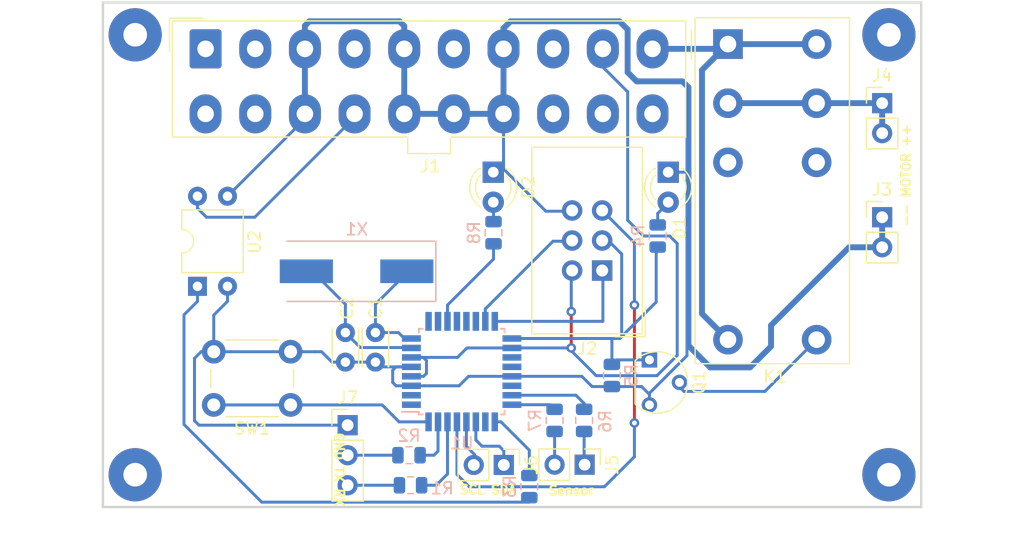
<source format=kicad_pcb>
(kicad_pcb (version 20171130) (host pcbnew 5.0.1-33cea8e~68~ubuntu16.04.1)

  (general
    (thickness 1.6)
    (drawings 10)
    (tracks 215)
    (zones 0)
    (modules 29)
    (nets 52)
  )

  (page A4 portrait)
  (title_block
    (date 2018-10-25)
  )

  (layers
    (0 F.Cu signal)
    (31 B.Cu signal)
    (32 B.Adhes user)
    (33 F.Adhes user)
    (34 B.Paste user)
    (35 F.Paste user)
    (36 B.SilkS user)
    (37 F.SilkS user)
    (38 B.Mask user)
    (39 F.Mask user)
    (40 Dwgs.User user)
    (41 Cmts.User user)
    (42 Eco1.User user)
    (43 Eco2.User user)
    (44 Edge.Cuts user)
    (45 Margin user)
    (46 B.CrtYd user)
    (47 F.CrtYd user)
    (48 B.Fab user)
    (49 F.Fab user)
  )

  (setup
    (last_trace_width 0.25)
    (trace_clearance 0.2)
    (zone_clearance 0.25)
    (zone_45_only yes)
    (trace_min 0.2)
    (segment_width 0.2)
    (edge_width 0.2)
    (via_size 0.8)
    (via_drill 0.4)
    (via_min_size 0.4)
    (via_min_drill 0.3)
    (uvia_size 0.3)
    (uvia_drill 0.1)
    (uvias_allowed no)
    (uvia_min_size 0.2)
    (uvia_min_drill 0.1)
    (pcb_text_width 0.3)
    (pcb_text_size 1.5 1.5)
    (mod_edge_width 0.15)
    (mod_text_size 1 1)
    (mod_text_width 0.15)
    (pad_size 4.50088 4.50088)
    (pad_drill 1.99898)
    (pad_to_mask_clearance 0.051)
    (solder_mask_min_width 0.25)
    (aux_axis_origin 0 0)
    (visible_elements FFFFFF7F)
    (pcbplotparams
      (layerselection 0x01000_fffffffe)
      (usegerberextensions false)
      (usegerberattributes false)
      (usegerberadvancedattributes false)
      (creategerberjobfile false)
      (excludeedgelayer false)
      (linewidth 0.100000)
      (plotframeref false)
      (viasonmask false)
      (mode 1)
      (useauxorigin false)
      (hpglpennumber 1)
      (hpglpenspeed 20)
      (hpglpendiameter 15.000000)
      (psnegative false)
      (psa4output false)
      (plotreference false)
      (plotvalue false)
      (plotinvisibletext false)
      (padsonsilk true)
      (subtractmaskfromsilk false)
      (outputformat 4)
      (mirror false)
      (drillshape 2)
      (scaleselection 1)
      (outputdirectory ""))
  )

  (net 0 "")
  (net 1 GND)
  (net 2 "Net-(C1-Pad1)")
  (net 3 "Net-(C2-Pad1)")
  (net 4 "Net-(D1-Pad2)")
  (net 5 "Net-(J1-Pad1)")
  (net 6 "Net-(J1-Pad2)")
  (net 7 "Net-(J1-Pad4)")
  (net 8 "Net-(J1-Pad6)")
  (net 9 "Net-(J1-Pad8)")
  (net 10 +5V)
  (net 11 "Net-(J1-Pad11)")
  (net 12 +12V)
  (net 13 "Net-(J1-Pad14)")
  (net 14 "Net-(J1-Pad18)")
  (net 15 "Net-(J1-Pad19)")
  (net 16 "Net-(J1-Pad20)")
  (net 17 MISO)
  (net 18 SCK)
  (net 19 MOSI)
  (net 20 RST)
  (net 21 "Net-(J4-Pad1)")
  (net 22 "Net-(J5-Pad1)")
  (net 23 "Net-(J5-Pad2)")
  (net 24 SCL)
  (net 25 SDA)
  (net 26 "Net-(K1-Pad5)")
  (net 27 "Net-(K1-Pad3)")
  (net 28 "Net-(K1-Pad6)")
  (net 29 RX)
  (net 30 "Net-(R1-Pad1)")
  (net 31 "Net-(R2-Pad1)")
  (net 32 TX)
  (net 33 "Net-(R3-Pad1)")
  (net 34 "Net-(R3-Pad2)")
  (net 35 ADC0)
  (net 36 ADC1)
  (net 37 "Net-(SW1-Pad1)")
  (net 38 "Net-(U1-Pad1)")
  (net 39 "Net-(U1-Pad2)")
  (net 40 "Net-(U1-Pad9)")
  (net 41 "Net-(U1-Pad10)")
  (net 42 "Net-(U1-Pad12)")
  (net 43 "Net-(U1-Pad13)")
  (net 44 "Net-(U1-Pad14)")
  (net 45 "Net-(U1-Pad19)")
  (net 46 "Net-(U1-Pad20)")
  (net 47 "Net-(U1-Pad22)")
  (net 48 "Net-(U1-Pad26)")
  (net 49 "Net-(J1-Pad12)")
  (net 50 "Net-(D2-Pad2)")
  (net 51 "Net-(R8-Pad2)")

  (net_class Default "This is the default net class."
    (clearance 0.2)
    (trace_width 0.25)
    (via_dia 0.8)
    (via_drill 0.4)
    (uvia_dia 0.3)
    (uvia_drill 0.1)
    (add_net +5V)
    (add_net ADC0)
    (add_net ADC1)
    (add_net GND)
    (add_net MISO)
    (add_net MOSI)
    (add_net "Net-(C1-Pad1)")
    (add_net "Net-(C2-Pad1)")
    (add_net "Net-(D1-Pad2)")
    (add_net "Net-(D2-Pad2)")
    (add_net "Net-(J1-Pad1)")
    (add_net "Net-(J1-Pad11)")
    (add_net "Net-(J1-Pad12)")
    (add_net "Net-(J1-Pad14)")
    (add_net "Net-(J1-Pad18)")
    (add_net "Net-(J1-Pad19)")
    (add_net "Net-(J1-Pad2)")
    (add_net "Net-(J1-Pad20)")
    (add_net "Net-(J1-Pad4)")
    (add_net "Net-(J1-Pad6)")
    (add_net "Net-(J1-Pad8)")
    (add_net "Net-(J4-Pad1)")
    (add_net "Net-(J5-Pad1)")
    (add_net "Net-(J5-Pad2)")
    (add_net "Net-(K1-Pad3)")
    (add_net "Net-(K1-Pad5)")
    (add_net "Net-(K1-Pad6)")
    (add_net "Net-(R1-Pad1)")
    (add_net "Net-(R2-Pad1)")
    (add_net "Net-(R3-Pad1)")
    (add_net "Net-(R3-Pad2)")
    (add_net "Net-(R8-Pad2)")
    (add_net "Net-(SW1-Pad1)")
    (add_net "Net-(U1-Pad1)")
    (add_net "Net-(U1-Pad10)")
    (add_net "Net-(U1-Pad12)")
    (add_net "Net-(U1-Pad13)")
    (add_net "Net-(U1-Pad14)")
    (add_net "Net-(U1-Pad19)")
    (add_net "Net-(U1-Pad2)")
    (add_net "Net-(U1-Pad20)")
    (add_net "Net-(U1-Pad22)")
    (add_net "Net-(U1-Pad26)")
    (add_net "Net-(U1-Pad9)")
    (add_net RST)
    (add_net RX)
    (add_net SCK)
    (add_net SCL)
    (add_net SDA)
    (add_net TX)
  )

  (net_class DGND ""
    (clearance 0.2)
    (trace_width 0.25)
    (via_dia 0.8)
    (via_drill 0.4)
    (uvia_dia 0.3)
    (uvia_drill 0.1)
  )

  (net_class POWER ""
    (clearance 0.2)
    (trace_width 0.5)
    (via_dia 1)
    (via_drill 0.5)
    (uvia_dia 0.3)
    (uvia_drill 0.1)
    (add_net +12V)
  )

  (module Connector_Wire:SolderWirePad_1x01_Drill2mm (layer F.Cu) (tedit 5BD2050A) (tstamp 5BE8B771)
    (at 16.637 106.299)
    (descr "Wire solder connection")
    (tags connector)
    (attr virtual)
    (fp_text reference REF** (at 0 -3.81) (layer F.SilkS) hide
      (effects (font (size 1 1) (thickness 0.15)))
    )
    (fp_text value SolderWirePad_1x01_Drill2mm (at 0 3.81) (layer F.Fab)
      (effects (font (size 1 1) (thickness 0.15)))
    )
    (fp_line (start 2.75 2.75) (end -2.75 2.75) (layer F.CrtYd) (width 0.05))
    (fp_line (start 2.75 2.75) (end 2.75 -2.75) (layer F.CrtYd) (width 0.05))
    (fp_line (start -2.75 -2.75) (end -2.75 2.75) (layer F.CrtYd) (width 0.05))
    (fp_line (start -2.75 -2.75) (end 2.75 -2.75) (layer F.CrtYd) (width 0.05))
    (fp_text user %R (at 0 0) (layer F.Fab)
      (effects (font (size 1 1) (thickness 0.15)))
    )
    (pad "" thru_hole circle (at 0 0) (size 4.50088 4.50088) (drill 1.99898) (layers *.Cu *.Mask))
  )

  (module Connector_Wire:SolderWirePad_1x01_Drill2mm (layer F.Cu) (tedit 5BD20510) (tstamp 5BE8B725)
    (at 16.637 69.088)
    (descr "Wire solder connection")
    (tags connector)
    (attr virtual)
    (fp_text reference REF** (at 0 -3.81) (layer F.SilkS) hide
      (effects (font (size 1 1) (thickness 0.15)))
    )
    (fp_text value SolderWirePad_1x01_Drill2mm (at 0 3.81) (layer F.Fab)
      (effects (font (size 1 1) (thickness 0.15)))
    )
    (fp_line (start 2.75 2.75) (end -2.75 2.75) (layer F.CrtYd) (width 0.05))
    (fp_line (start 2.75 2.75) (end 2.75 -2.75) (layer F.CrtYd) (width 0.05))
    (fp_line (start -2.75 -2.75) (end -2.75 2.75) (layer F.CrtYd) (width 0.05))
    (fp_line (start -2.75 -2.75) (end 2.75 -2.75) (layer F.CrtYd) (width 0.05))
    (fp_text user %R (at 0 0) (layer F.Fab)
      (effects (font (size 1 1) (thickness 0.15)))
    )
    (pad "" thru_hole circle (at 0 0) (size 4.50088 4.50088) (drill 1.99898) (layers *.Cu *.Mask))
  )

  (module Connector_Wire:SolderWirePad_1x01_Drill2mm (layer F.Cu) (tedit 5BD2051C) (tstamp 5BD20CA5)
    (at 80.391 106.299)
    (descr "Wire solder connection")
    (tags connector)
    (attr virtual)
    (fp_text reference REF** (at 0 -3.81) (layer F.SilkS) hide
      (effects (font (size 1 1) (thickness 0.15)))
    )
    (fp_text value SolderWirePad_1x01_Drill2mm (at 0 3.81) (layer F.Fab)
      (effects (font (size 1 1) (thickness 0.15)))
    )
    (fp_text user %R (at 0 0) (layer F.Fab)
      (effects (font (size 1 1) (thickness 0.15)))
    )
    (fp_line (start -2.75 -2.75) (end 2.75 -2.75) (layer F.CrtYd) (width 0.05))
    (fp_line (start -2.75 -2.75) (end -2.75 2.75) (layer F.CrtYd) (width 0.05))
    (fp_line (start 2.75 2.75) (end 2.75 -2.75) (layer F.CrtYd) (width 0.05))
    (fp_line (start 2.75 2.75) (end -2.75 2.75) (layer F.CrtYd) (width 0.05))
    (pad "" thru_hole circle (at 0 0) (size 4.50088 4.50088) (drill 1.99898) (layers *.Cu *.Mask))
  )

  (module Resistor_SMD:R_0805_2012Metric (layer B.Cu) (tedit 5B36C52B) (tstamp 5BE6BDFC)
    (at 54.61 101.701568 270)
    (descr "Resistor SMD 0805 (2012 Metric), square (rectangular) end terminal, IPC_7351 nominal, (Body size source: https://docs.google.com/spreadsheets/d/1BsfQQcO9C6DZCsRaXUlFlo91Tg2WpOkGARC1WS5S8t0/edit?usp=sharing), generated with kicad-footprint-generator")
    (tags resistor)
    (path /5BD77157)
    (attr smd)
    (fp_text reference R6 (at 0.088932 -1.778 270) (layer B.SilkS)
      (effects (font (size 1 1) (thickness 0.15)) (justify mirror))
    )
    (fp_text value 100k (at 0 -1.65 270) (layer B.Fab)
      (effects (font (size 1 1) (thickness 0.15)) (justify mirror))
    )
    (fp_text user %R (at 0 0 270) (layer B.Fab)
      (effects (font (size 0.5 0.5) (thickness 0.08)) (justify mirror))
    )
    (fp_line (start 1.68 -0.95) (end -1.68 -0.95) (layer B.CrtYd) (width 0.05))
    (fp_line (start 1.68 0.95) (end 1.68 -0.95) (layer B.CrtYd) (width 0.05))
    (fp_line (start -1.68 0.95) (end 1.68 0.95) (layer B.CrtYd) (width 0.05))
    (fp_line (start -1.68 -0.95) (end -1.68 0.95) (layer B.CrtYd) (width 0.05))
    (fp_line (start -0.258578 -0.71) (end 0.258578 -0.71) (layer B.SilkS) (width 0.12))
    (fp_line (start -0.258578 0.71) (end 0.258578 0.71) (layer B.SilkS) (width 0.12))
    (fp_line (start 1 -0.6) (end -1 -0.6) (layer B.Fab) (width 0.1))
    (fp_line (start 1 0.6) (end 1 -0.6) (layer B.Fab) (width 0.1))
    (fp_line (start -1 0.6) (end 1 0.6) (layer B.Fab) (width 0.1))
    (fp_line (start -1 -0.6) (end -1 0.6) (layer B.Fab) (width 0.1))
    (pad 2 smd roundrect (at 0.9375 0 270) (size 0.975 1.4) (layers B.Cu B.Paste B.Mask) (roundrect_rratio 0.25)
      (net 22 "Net-(J5-Pad1)"))
    (pad 1 smd roundrect (at -0.9375 0 270) (size 0.975 1.4) (layers B.Cu B.Paste B.Mask) (roundrect_rratio 0.25)
      (net 35 ADC0))
    (model ${KISYS3DMOD}/Resistor_SMD.3dshapes/R_0805_2012Metric.wrl
      (at (xyz 0 0 0))
      (scale (xyz 1 1 1))
      (rotate (xyz 0 0 0))
    )
  )

  (module Package_TO_SOT_THT:TO-92_wider_pitch (layer F.Cu) (tedit 5BCF46C9) (tstamp 5BE6BD96)
    (at 60.7695 97.2185 270)
    (descr "TO-92 leads molded, narrow, drill 0.75mm (see NXP sot054_po.pdf)")
    (tags "to-92 sc-43 sc-43a sot54 PA33 transistor")
    (path /5BCEE50E)
    (fp_text reference Q1 (at 1.27 -3.56 270) (layer F.SilkS)
      (effects (font (size 1 1) (thickness 0.15)))
    )
    (fp_text value BSS295 (at 1.27 2.79 270) (layer F.Fab)
      (effects (font (size 1 1) (thickness 0.15)))
    )
    (fp_text user %R (at 1.27 -3.56 270) (layer F.Fab)
      (effects (font (size 1 1) (thickness 0.15)))
    )
    (fp_line (start -0.53 1.85) (end 3.07 1.85) (layer F.SilkS) (width 0.12))
    (fp_line (start -0.5 1.75) (end 3 1.75) (layer F.Fab) (width 0.1))
    (fp_line (start -1.46 -2.73) (end 4 -2.73) (layer F.CrtYd) (width 0.05))
    (fp_line (start -1.46 -2.73) (end -1.46 2.01) (layer F.CrtYd) (width 0.05))
    (fp_line (start 4 2.01) (end 4 -2.73) (layer F.CrtYd) (width 0.05))
    (fp_line (start 4 2.01) (end -1.46 2.01) (layer F.CrtYd) (width 0.05))
    (fp_arc (start 1.27 0) (end 1.27 -2.48) (angle 135) (layer F.Fab) (width 0.1))
    (fp_arc (start 1.27 0) (end 1.27 -2.6) (angle -135) (layer F.SilkS) (width 0.12))
    (fp_arc (start 1.27 0) (end 1.27 -2.48) (angle -135) (layer F.Fab) (width 0.1))
    (fp_arc (start 1.27 0) (end 1.27 -2.6) (angle 135) (layer F.SilkS) (width 0.12))
    (pad 2 thru_hole circle (at 1.27 -1.905) (size 1.3 1.3) (drill 0.75) (layers *.Cu *.Mask)
      (net 26 "Net-(K1-Pad5)"))
    (pad 3 thru_hole circle (at 3.175 0.635) (size 1.3 1.3) (drill 0.75) (layers *.Cu *.Mask)
      (net 1 GND))
    (pad 1 thru_hole rect (at -0.635 0.635) (size 1.3 1.3) (drill 0.75) (layers *.Cu *.Mask)
      (net 18 SCK))
    (model ${KISYS3DMOD}/Package_TO_SOT_THT.3dshapes/TO-92.wrl
      (at (xyz 0 0 0))
      (scale (xyz 1 1 1))
      (rotate (xyz 0 0 0))
    )
  )

  (module Connector_Molex:Molex_Mini-Fit_Jr_5566-20A_2x10_P4.20mm_Vertical (layer F.Cu) (tedit 5B781992) (tstamp 5BE6BCED)
    (at 22.592501 70.275501)
    (descr "Molex Mini-Fit Jr. Power Connectors, old mpn/engineering number: 5566-20A, example for new mpn: 39-28-x20x, 10 Pins per row, Mounting:  (http://www.molex.com/pdm_docs/sd/039281043_sd.pdf), generated with kicad-footprint-generator")
    (tags "connector Molex Mini-Fit_Jr side entry")
    (path /5BCEA060)
    (fp_text reference J1 (at 18.999999 9.924999) (layer F.SilkS)
      (effects (font (size 1 1) (thickness 0.15)))
    )
    (fp_text value Conn_02x10_Top_Bottom (at 18.9 9.95) (layer F.Fab)
      (effects (font (size 1 1) (thickness 0.15)))
    )
    (fp_line (start -2.7 -2.25) (end -2.7 7.35) (layer F.Fab) (width 0.1))
    (fp_line (start -2.7 7.35) (end 40.5 7.35) (layer F.Fab) (width 0.1))
    (fp_line (start 40.5 7.35) (end 40.5 -2.25) (layer F.Fab) (width 0.1))
    (fp_line (start 40.5 -2.25) (end -2.7 -2.25) (layer F.Fab) (width 0.1))
    (fp_line (start 17.2 7.35) (end 17.2 8.75) (layer F.Fab) (width 0.1))
    (fp_line (start 17.2 8.75) (end 20.6 8.75) (layer F.Fab) (width 0.1))
    (fp_line (start 20.6 8.75) (end 20.6 7.35) (layer F.Fab) (width 0.1))
    (fp_line (start -1.65 -1) (end -1.65 2.3) (layer F.Fab) (width 0.1))
    (fp_line (start -1.65 2.3) (end 1.65 2.3) (layer F.Fab) (width 0.1))
    (fp_line (start 1.65 2.3) (end 1.65 -1) (layer F.Fab) (width 0.1))
    (fp_line (start 1.65 -1) (end -1.65 -1) (layer F.Fab) (width 0.1))
    (fp_line (start -1.65 6.5) (end -1.65 4.025) (layer F.Fab) (width 0.1))
    (fp_line (start -1.65 4.025) (end -0.825 3.2) (layer F.Fab) (width 0.1))
    (fp_line (start -0.825 3.2) (end 0.825 3.2) (layer F.Fab) (width 0.1))
    (fp_line (start 0.825 3.2) (end 1.65 4.025) (layer F.Fab) (width 0.1))
    (fp_line (start 1.65 4.025) (end 1.65 6.5) (layer F.Fab) (width 0.1))
    (fp_line (start 1.65 6.5) (end -1.65 6.5) (layer F.Fab) (width 0.1))
    (fp_line (start 2.55 3.2) (end 2.55 6.5) (layer F.Fab) (width 0.1))
    (fp_line (start 2.55 6.5) (end 5.85 6.5) (layer F.Fab) (width 0.1))
    (fp_line (start 5.85 6.5) (end 5.85 3.2) (layer F.Fab) (width 0.1))
    (fp_line (start 5.85 3.2) (end 2.55 3.2) (layer F.Fab) (width 0.1))
    (fp_line (start 2.55 2.3) (end 2.55 -0.175) (layer F.Fab) (width 0.1))
    (fp_line (start 2.55 -0.175) (end 3.375 -1) (layer F.Fab) (width 0.1))
    (fp_line (start 3.375 -1) (end 5.025 -1) (layer F.Fab) (width 0.1))
    (fp_line (start 5.025 -1) (end 5.85 -0.175) (layer F.Fab) (width 0.1))
    (fp_line (start 5.85 -0.175) (end 5.85 2.3) (layer F.Fab) (width 0.1))
    (fp_line (start 5.85 2.3) (end 2.55 2.3) (layer F.Fab) (width 0.1))
    (fp_line (start 6.75 3.2) (end 6.75 6.5) (layer F.Fab) (width 0.1))
    (fp_line (start 6.75 6.5) (end 10.05 6.5) (layer F.Fab) (width 0.1))
    (fp_line (start 10.05 6.5) (end 10.05 3.2) (layer F.Fab) (width 0.1))
    (fp_line (start 10.05 3.2) (end 6.75 3.2) (layer F.Fab) (width 0.1))
    (fp_line (start 6.75 2.3) (end 6.75 -0.175) (layer F.Fab) (width 0.1))
    (fp_line (start 6.75 -0.175) (end 7.575 -1) (layer F.Fab) (width 0.1))
    (fp_line (start 7.575 -1) (end 9.225 -1) (layer F.Fab) (width 0.1))
    (fp_line (start 9.225 -1) (end 10.05 -0.175) (layer F.Fab) (width 0.1))
    (fp_line (start 10.05 -0.175) (end 10.05 2.3) (layer F.Fab) (width 0.1))
    (fp_line (start 10.05 2.3) (end 6.75 2.3) (layer F.Fab) (width 0.1))
    (fp_line (start 10.95 -1) (end 10.95 2.3) (layer F.Fab) (width 0.1))
    (fp_line (start 10.95 2.3) (end 14.25 2.3) (layer F.Fab) (width 0.1))
    (fp_line (start 14.25 2.3) (end 14.25 -1) (layer F.Fab) (width 0.1))
    (fp_line (start 14.25 -1) (end 10.95 -1) (layer F.Fab) (width 0.1))
    (fp_line (start 10.95 6.5) (end 10.95 4.025) (layer F.Fab) (width 0.1))
    (fp_line (start 10.95 4.025) (end 11.775 3.2) (layer F.Fab) (width 0.1))
    (fp_line (start 11.775 3.2) (end 13.425 3.2) (layer F.Fab) (width 0.1))
    (fp_line (start 13.425 3.2) (end 14.25 4.025) (layer F.Fab) (width 0.1))
    (fp_line (start 14.25 4.025) (end 14.25 6.5) (layer F.Fab) (width 0.1))
    (fp_line (start 14.25 6.5) (end 10.95 6.5) (layer F.Fab) (width 0.1))
    (fp_line (start 15.15 -1) (end 15.15 2.3) (layer F.Fab) (width 0.1))
    (fp_line (start 15.15 2.3) (end 18.45 2.3) (layer F.Fab) (width 0.1))
    (fp_line (start 18.45 2.3) (end 18.45 -1) (layer F.Fab) (width 0.1))
    (fp_line (start 18.45 -1) (end 15.15 -1) (layer F.Fab) (width 0.1))
    (fp_line (start 15.15 6.5) (end 15.15 4.025) (layer F.Fab) (width 0.1))
    (fp_line (start 15.15 4.025) (end 15.975 3.2) (layer F.Fab) (width 0.1))
    (fp_line (start 15.975 3.2) (end 17.625 3.2) (layer F.Fab) (width 0.1))
    (fp_line (start 17.625 3.2) (end 18.45 4.025) (layer F.Fab) (width 0.1))
    (fp_line (start 18.45 4.025) (end 18.45 6.5) (layer F.Fab) (width 0.1))
    (fp_line (start 18.45 6.5) (end 15.15 6.5) (layer F.Fab) (width 0.1))
    (fp_line (start 19.35 3.2) (end 19.35 6.5) (layer F.Fab) (width 0.1))
    (fp_line (start 19.35 6.5) (end 22.65 6.5) (layer F.Fab) (width 0.1))
    (fp_line (start 22.65 6.5) (end 22.65 3.2) (layer F.Fab) (width 0.1))
    (fp_line (start 22.65 3.2) (end 19.35 3.2) (layer F.Fab) (width 0.1))
    (fp_line (start 19.35 2.3) (end 19.35 -0.175) (layer F.Fab) (width 0.1))
    (fp_line (start 19.35 -0.175) (end 20.175 -1) (layer F.Fab) (width 0.1))
    (fp_line (start 20.175 -1) (end 21.825 -1) (layer F.Fab) (width 0.1))
    (fp_line (start 21.825 -1) (end 22.65 -0.175) (layer F.Fab) (width 0.1))
    (fp_line (start 22.65 -0.175) (end 22.65 2.3) (layer F.Fab) (width 0.1))
    (fp_line (start 22.65 2.3) (end 19.35 2.3) (layer F.Fab) (width 0.1))
    (fp_line (start 23.55 3.2) (end 23.55 6.5) (layer F.Fab) (width 0.1))
    (fp_line (start 23.55 6.5) (end 26.85 6.5) (layer F.Fab) (width 0.1))
    (fp_line (start 26.85 6.5) (end 26.85 3.2) (layer F.Fab) (width 0.1))
    (fp_line (start 26.85 3.2) (end 23.55 3.2) (layer F.Fab) (width 0.1))
    (fp_line (start 23.55 2.3) (end 23.55 -0.175) (layer F.Fab) (width 0.1))
    (fp_line (start 23.55 -0.175) (end 24.375 -1) (layer F.Fab) (width 0.1))
    (fp_line (start 24.375 -1) (end 26.025 -1) (layer F.Fab) (width 0.1))
    (fp_line (start 26.025 -1) (end 26.85 -0.175) (layer F.Fab) (width 0.1))
    (fp_line (start 26.85 -0.175) (end 26.85 2.3) (layer F.Fab) (width 0.1))
    (fp_line (start 26.85 2.3) (end 23.55 2.3) (layer F.Fab) (width 0.1))
    (fp_line (start 27.75 -1) (end 27.75 2.3) (layer F.Fab) (width 0.1))
    (fp_line (start 27.75 2.3) (end 31.05 2.3) (layer F.Fab) (width 0.1))
    (fp_line (start 31.05 2.3) (end 31.05 -1) (layer F.Fab) (width 0.1))
    (fp_line (start 31.05 -1) (end 27.75 -1) (layer F.Fab) (width 0.1))
    (fp_line (start 27.75 6.5) (end 27.75 4.025) (layer F.Fab) (width 0.1))
    (fp_line (start 27.75 4.025) (end 28.575 3.2) (layer F.Fab) (width 0.1))
    (fp_line (start 28.575 3.2) (end 30.225 3.2) (layer F.Fab) (width 0.1))
    (fp_line (start 30.225 3.2) (end 31.05 4.025) (layer F.Fab) (width 0.1))
    (fp_line (start 31.05 4.025) (end 31.05 6.5) (layer F.Fab) (width 0.1))
    (fp_line (start 31.05 6.5) (end 27.75 6.5) (layer F.Fab) (width 0.1))
    (fp_line (start 31.95 -1) (end 31.95 2.3) (layer F.Fab) (width 0.1))
    (fp_line (start 31.95 2.3) (end 35.25 2.3) (layer F.Fab) (width 0.1))
    (fp_line (start 35.25 2.3) (end 35.25 -1) (layer F.Fab) (width 0.1))
    (fp_line (start 35.25 -1) (end 31.95 -1) (layer F.Fab) (width 0.1))
    (fp_line (start 31.95 6.5) (end 31.95 4.025) (layer F.Fab) (width 0.1))
    (fp_line (start 31.95 4.025) (end 32.775 3.2) (layer F.Fab) (width 0.1))
    (fp_line (start 32.775 3.2) (end 34.425 3.2) (layer F.Fab) (width 0.1))
    (fp_line (start 34.425 3.2) (end 35.25 4.025) (layer F.Fab) (width 0.1))
    (fp_line (start 35.25 4.025) (end 35.25 6.5) (layer F.Fab) (width 0.1))
    (fp_line (start 35.25 6.5) (end 31.95 6.5) (layer F.Fab) (width 0.1))
    (fp_line (start 36.15 3.2) (end 36.15 6.5) (layer F.Fab) (width 0.1))
    (fp_line (start 36.15 6.5) (end 39.45 6.5) (layer F.Fab) (width 0.1))
    (fp_line (start 39.45 6.5) (end 39.45 3.2) (layer F.Fab) (width 0.1))
    (fp_line (start 39.45 3.2) (end 36.15 3.2) (layer F.Fab) (width 0.1))
    (fp_line (start 36.15 2.3) (end 36.15 -0.175) (layer F.Fab) (width 0.1))
    (fp_line (start 36.15 -0.175) (end 36.975 -1) (layer F.Fab) (width 0.1))
    (fp_line (start 36.975 -1) (end 38.625 -1) (layer F.Fab) (width 0.1))
    (fp_line (start 38.625 -1) (end 39.45 -0.175) (layer F.Fab) (width 0.1))
    (fp_line (start 39.45 -0.175) (end 39.45 2.3) (layer F.Fab) (width 0.1))
    (fp_line (start 39.45 2.3) (end 36.15 2.3) (layer F.Fab) (width 0.1))
    (fp_line (start 18.9 -2.36) (end -2.81 -2.36) (layer F.SilkS) (width 0.12))
    (fp_line (start -2.81 -2.36) (end -2.81 7.46) (layer F.SilkS) (width 0.12))
    (fp_line (start -2.81 7.46) (end 17.09 7.46) (layer F.SilkS) (width 0.12))
    (fp_line (start 17.09 7.46) (end 17.09 8.86) (layer F.SilkS) (width 0.12))
    (fp_line (start 17.09 8.86) (end 18.9 8.86) (layer F.SilkS) (width 0.12))
    (fp_line (start 18.9 -2.36) (end 40.61 -2.36) (layer F.SilkS) (width 0.12))
    (fp_line (start 40.61 -2.36) (end 40.61 7.46) (layer F.SilkS) (width 0.12))
    (fp_line (start 40.61 7.46) (end 20.71 7.46) (layer F.SilkS) (width 0.12))
    (fp_line (start 20.71 7.46) (end 20.71 8.86) (layer F.SilkS) (width 0.12))
    (fp_line (start 20.71 8.86) (end 18.9 8.86) (layer F.SilkS) (width 0.12))
    (fp_line (start -0.2 -2.6) (end -3.05 -2.6) (layer F.SilkS) (width 0.12))
    (fp_line (start -3.05 -2.6) (end -3.05 0.25) (layer F.SilkS) (width 0.12))
    (fp_line (start -0.2 -2.6) (end -3.05 -2.6) (layer F.Fab) (width 0.1))
    (fp_line (start -3.05 -2.6) (end -3.05 0.25) (layer F.Fab) (width 0.1))
    (fp_line (start -3.2 -2.75) (end -3.2 9.25) (layer F.CrtYd) (width 0.05))
    (fp_line (start -3.2 9.25) (end 41 9.25) (layer F.CrtYd) (width 0.05))
    (fp_line (start 41 9.25) (end 41 -2.75) (layer F.CrtYd) (width 0.05))
    (fp_line (start 41 -2.75) (end -3.2 -2.75) (layer F.CrtYd) (width 0.05))
    (fp_text user %R (at 18.9 -1.55) (layer F.Fab)
      (effects (font (size 1 1) (thickness 0.15)))
    )
    (pad 1 thru_hole roundrect (at 0 0) (size 2.7 3.3) (drill 1.4) (layers *.Cu *.Mask) (roundrect_rratio 0.09259299999999999)
      (net 5 "Net-(J1-Pad1)"))
    (pad 2 thru_hole oval (at 4.2 0) (size 2.7 3.3) (drill 1.4) (layers *.Cu *.Mask)
      (net 6 "Net-(J1-Pad2)"))
    (pad 3 thru_hole oval (at 8.4 0) (size 2.7 3.3) (drill 1.4) (layers *.Cu *.Mask)
      (net 1 GND))
    (pad 4 thru_hole oval (at 12.6 0) (size 2.7 3.3) (drill 1.4) (layers *.Cu *.Mask)
      (net 7 "Net-(J1-Pad4)"))
    (pad 5 thru_hole oval (at 16.8 0) (size 2.7 3.3) (drill 1.4) (layers *.Cu *.Mask)
      (net 1 GND))
    (pad 6 thru_hole oval (at 21 0) (size 2.7 3.3) (drill 1.4) (layers *.Cu *.Mask)
      (net 8 "Net-(J1-Pad6)"))
    (pad 7 thru_hole oval (at 25.2 0) (size 2.7 3.3) (drill 1.4) (layers *.Cu *.Mask)
      (net 1 GND))
    (pad 8 thru_hole oval (at 29.4 0) (size 2.7 3.3) (drill 1.4) (layers *.Cu *.Mask)
      (net 9 "Net-(J1-Pad8)"))
    (pad 9 thru_hole oval (at 33.6 0) (size 2.7 3.3) (drill 1.4) (layers *.Cu *.Mask)
      (net 10 +5V))
    (pad 10 thru_hole oval (at 37.8 0) (size 2.7 3.3) (drill 1.4) (layers *.Cu *.Mask)
      (net 12 +12V))
    (pad 11 thru_hole oval (at 0 5.5) (size 2.7 3.3) (drill 1.4) (layers *.Cu *.Mask)
      (net 11 "Net-(J1-Pad11)"))
    (pad 12 thru_hole oval (at 4.2 5.5) (size 2.7 3.3) (drill 1.4) (layers *.Cu *.Mask)
      (net 49 "Net-(J1-Pad12)"))
    (pad 13 thru_hole oval (at 8.4 5.5) (size 2.7 3.3) (drill 1.4) (layers *.Cu *.Mask)
      (net 1 GND))
    (pad 14 thru_hole oval (at 12.6 5.5) (size 2.7 3.3) (drill 1.4) (layers *.Cu *.Mask)
      (net 13 "Net-(J1-Pad14)"))
    (pad 15 thru_hole oval (at 16.8 5.5) (size 2.7 3.3) (drill 1.4) (layers *.Cu *.Mask)
      (net 1 GND))
    (pad 16 thru_hole oval (at 21 5.5) (size 2.7 3.3) (drill 1.4) (layers *.Cu *.Mask)
      (net 1 GND))
    (pad 17 thru_hole oval (at 25.2 5.5) (size 2.7 3.3) (drill 1.4) (layers *.Cu *.Mask)
      (net 1 GND))
    (pad 18 thru_hole oval (at 29.4 5.5) (size 2.7 3.3) (drill 1.4) (layers *.Cu *.Mask)
      (net 14 "Net-(J1-Pad18)"))
    (pad 19 thru_hole oval (at 33.6 5.5) (size 2.7 3.3) (drill 1.4) (layers *.Cu *.Mask)
      (net 15 "Net-(J1-Pad19)"))
    (pad 20 thru_hole oval (at 37.8 5.5) (size 2.7 3.3) (drill 1.4) (layers *.Cu *.Mask)
      (net 16 "Net-(J1-Pad20)"))
    (model ${KISYS3DMOD}/Connector_Molex.3dshapes/Molex_Mini-Fit_Jr_5566-20A_2x10_P4.20mm_Vertical.wrl
      (at (xyz 0 0 0))
      (scale (xyz 1 1 1))
      (rotate (xyz 0 0 0))
    )
  )

  (module Connector_IDC:IDC-Header_2x03_P2.54mm_Vertical (layer F.Cu) (tedit 59DE0819) (tstamp 5BE6BD11)
    (at 56.134 89.027 180)
    (descr "Through hole straight IDC box header, 2x03, 2.54mm pitch, double rows")
    (tags "Through hole IDC box header THT 2x03 2.54mm double row")
    (path /5BCEBC25)
    (fp_text reference J2 (at 1.27 -6.604 180) (layer F.SilkS)
      (effects (font (size 1 1) (thickness 0.15)))
    )
    (fp_text value AVR-ISP-6 (at 1.27 11.684 180) (layer F.Fab)
      (effects (font (size 1 1) (thickness 0.15)))
    )
    (fp_text user %R (at 1.27 2.54 180) (layer F.Fab)
      (effects (font (size 1 1) (thickness 0.15)))
    )
    (fp_line (start 5.695 -5.1) (end 5.695 10.18) (layer F.Fab) (width 0.1))
    (fp_line (start 5.145 -4.56) (end 5.145 9.62) (layer F.Fab) (width 0.1))
    (fp_line (start -3.155 -5.1) (end -3.155 10.18) (layer F.Fab) (width 0.1))
    (fp_line (start -2.605 -4.56) (end -2.605 0.29) (layer F.Fab) (width 0.1))
    (fp_line (start -2.605 4.79) (end -2.605 9.62) (layer F.Fab) (width 0.1))
    (fp_line (start -2.605 0.29) (end -3.155 0.29) (layer F.Fab) (width 0.1))
    (fp_line (start -2.605 4.79) (end -3.155 4.79) (layer F.Fab) (width 0.1))
    (fp_line (start 5.695 -5.1) (end -3.155 -5.1) (layer F.Fab) (width 0.1))
    (fp_line (start 5.145 -4.56) (end -2.605 -4.56) (layer F.Fab) (width 0.1))
    (fp_line (start 5.695 10.18) (end -3.155 10.18) (layer F.Fab) (width 0.1))
    (fp_line (start 5.145 9.62) (end -2.605 9.62) (layer F.Fab) (width 0.1))
    (fp_line (start 5.695 -5.1) (end 5.145 -4.56) (layer F.Fab) (width 0.1))
    (fp_line (start 5.695 10.18) (end 5.145 9.62) (layer F.Fab) (width 0.1))
    (fp_line (start -3.155 -5.1) (end -2.605 -4.56) (layer F.Fab) (width 0.1))
    (fp_line (start -3.155 10.18) (end -2.605 9.62) (layer F.Fab) (width 0.1))
    (fp_line (start 5.95 -5.35) (end 5.95 10.43) (layer F.CrtYd) (width 0.05))
    (fp_line (start 5.95 10.43) (end -3.41 10.43) (layer F.CrtYd) (width 0.05))
    (fp_line (start -3.41 10.43) (end -3.41 -5.35) (layer F.CrtYd) (width 0.05))
    (fp_line (start -3.41 -5.35) (end 5.95 -5.35) (layer F.CrtYd) (width 0.05))
    (fp_line (start 5.945 -5.35) (end 5.945 10.43) (layer F.SilkS) (width 0.12))
    (fp_line (start 5.945 10.43) (end -3.405 10.43) (layer F.SilkS) (width 0.12))
    (fp_line (start -3.405 10.43) (end -3.405 -5.35) (layer F.SilkS) (width 0.12))
    (fp_line (start -3.405 -5.35) (end 5.945 -5.35) (layer F.SilkS) (width 0.12))
    (fp_line (start -3.655 -5.6) (end -3.655 -3.06) (layer F.SilkS) (width 0.12))
    (fp_line (start -3.655 -5.6) (end -1.115 -5.6) (layer F.SilkS) (width 0.12))
    (pad 1 thru_hole rect (at 0 0 180) (size 1.7272 1.7272) (drill 1.016) (layers *.Cu *.Mask)
      (net 17 MISO))
    (pad 2 thru_hole oval (at 2.54 0 180) (size 1.7272 1.7272) (drill 1.016) (layers *.Cu *.Mask)
      (net 10 +5V))
    (pad 3 thru_hole oval (at 0 2.54 180) (size 1.7272 1.7272) (drill 1.016) (layers *.Cu *.Mask)
      (net 18 SCK))
    (pad 4 thru_hole oval (at 2.54 2.54 180) (size 1.7272 1.7272) (drill 1.016) (layers *.Cu *.Mask)
      (net 19 MOSI))
    (pad 5 thru_hole oval (at 0 5.08 180) (size 1.7272 1.7272) (drill 1.016) (layers *.Cu *.Mask)
      (net 20 RST))
    (pad 6 thru_hole oval (at 2.54 5.08 180) (size 1.7272 1.7272) (drill 1.016) (layers *.Cu *.Mask)
      (net 1 GND))
    (model ${KISYS3DMOD}/Connector_IDC.3dshapes/IDC-Header_2x03_P2.54mm_Vertical.wrl
      (at (xyz 0 0 0))
      (scale (xyz 1 1 1))
      (rotate (xyz 0 0 0))
    )
  )

  (module Relay_THT:Relay_DPDT_Fujitsu_FTR-F1C (layer F.Cu) (tedit 5BB130AA) (tstamp 5BE6BD84)
    (at 66.777501 69.875501)
    (descr https://www.fujitsu.com/downloads/MICRO/fcai/relays/ftr-f1.pdf)
    (tags "relay dpdt fujitsu tht")
    (path /5BCEC376)
    (fp_text reference K1 (at 3.961499 28.104999) (layer F.SilkS)
      (effects (font (size 1 1) (thickness 0.15)))
    )
    (fp_text value Fujitsu_FTR-F1C (at 2.119657 13.5 270) (layer F.Fab)
      (effects (font (size 1 1) (thickness 0.15)))
    )
    (fp_line (start -2.78 -2.23) (end 10.28 -2.23) (layer F.SilkS) (width 0.12))
    (fp_line (start 10.28 -2.23) (end 10.28 27.03) (layer F.SilkS) (width 0.12))
    (fp_line (start 10.28 27.03) (end -2.78 27.03) (layer F.SilkS) (width 0.12))
    (fp_line (start -2.78 27.03) (end -2.78 -2.23) (layer F.SilkS) (width 0.12))
    (fp_line (start 10.4 27.15) (end -2.9 27.15) (layer F.CrtYd) (width 0.05))
    (fp_line (start 10.4 -2.35) (end 10.4 27.15) (layer F.CrtYd) (width 0.05))
    (fp_line (start -2.9 -2.35) (end 10.4 -2.35) (layer F.CrtYd) (width 0.05))
    (fp_line (start -2.9 27.15) (end -2.9 -2.35) (layer F.CrtYd) (width 0.05))
    (fp_text user %R (at 4.5 13.2 270) (layer F.Fab)
      (effects (font (size 1.5 1.5) (thickness 0.15)))
    )
    (fp_line (start -1.65 -2.1) (end 10.15 -2.1) (layer F.Fab) (width 0.1))
    (fp_line (start -2.65 -1.100007) (end -2.65 26.9) (layer F.Fab) (width 0.1))
    (fp_line (start -2.65 26.9) (end 10.15 26.9) (layer F.Fab) (width 0.1))
    (fp_line (start 10.15 -2.1) (end 10.15 26.9) (layer F.Fab) (width 0.1))
    (fp_line (start -1.65 -2.1) (end -2.65 -1.1) (layer F.Fab) (width 0.1))
    (fp_line (start -3.1 -1.2) (end -3.1 1.3) (layer F.SilkS) (width 0.12))
    (pad 1 thru_hole rect (at 0 0 270) (size 2.5 2.5) (drill 1.4) (layers *.Cu *.Mask)
      (net 12 +12V))
    (pad 2 thru_hole circle (at 0 5 270) (size 2.5 2.5) (drill 1.4) (layers *.Cu *.Mask)
      (net 21 "Net-(J4-Pad1)"))
    (pad 4 thru_hole circle (at 0 25 270) (size 2.5 2.5) (drill 1.4) (layers *.Cu *.Mask)
      (net 12 +12V))
    (pad 5 thru_hole circle (at 7.5 25 270) (size 2.5 2.5) (drill 1.4) (layers *.Cu *.Mask)
      (net 26 "Net-(K1-Pad5)"))
    (pad 7 thru_hole circle (at 7.5 5 270) (size 2.5 2.5) (drill 1.4) (layers *.Cu *.Mask)
      (net 21 "Net-(J4-Pad1)"))
    (pad 8 thru_hole circle (at 7.5 0 270) (size 2.5 2.5) (drill 1.4) (layers *.Cu *.Mask)
      (net 12 +12V))
    (pad 3 thru_hole circle (at 0 10 270) (size 2.5 2.5) (drill 1.4) (layers *.Cu *.Mask)
      (net 27 "Net-(K1-Pad3)"))
    (pad 6 thru_hole circle (at 7.5 10 270) (size 2.5 2.5) (drill 1.4) (layers *.Cu *.Mask)
      (net 28 "Net-(K1-Pad6)"))
    (model ${KISYS3DMOD}/Relay_THT.3dshapes/Relay_DPDT_Fujitsu_FTR-F1C.wrl
      (at (xyz 0 0 0))
      (scale (xyz 1 1 1))
      (rotate (xyz 0 0 0))
    )
  )

  (module Resistor_SMD:R_0805_2012Metric (layer B.Cu) (tedit 5B36C52B) (tstamp 5BE6BDA7)
    (at 39.9265 107.188 180)
    (descr "Resistor SMD 0805 (2012 Metric), square (rectangular) end terminal, IPC_7351 nominal, (Body size source: https://docs.google.com/spreadsheets/d/1BsfQQcO9C6DZCsRaXUlFlo91Tg2WpOkGARC1WS5S8t0/edit?usp=sharing), generated with kicad-footprint-generator")
    (tags resistor)
    (path /5BD53232)
    (attr smd)
    (fp_text reference R1 (at -2.682 -0.254 180) (layer B.SilkS)
      (effects (font (size 1 1) (thickness 0.15)) (justify mirror))
    )
    (fp_text value 1k (at 0 -1.65 180) (layer B.Fab)
      (effects (font (size 1 1) (thickness 0.15)) (justify mirror))
    )
    (fp_text user %R (at 0 0 180) (layer B.Fab)
      (effects (font (size 0.5 0.5) (thickness 0.08)) (justify mirror))
    )
    (fp_line (start 1.68 -0.95) (end -1.68 -0.95) (layer B.CrtYd) (width 0.05))
    (fp_line (start 1.68 0.95) (end 1.68 -0.95) (layer B.CrtYd) (width 0.05))
    (fp_line (start -1.68 0.95) (end 1.68 0.95) (layer B.CrtYd) (width 0.05))
    (fp_line (start -1.68 -0.95) (end -1.68 0.95) (layer B.CrtYd) (width 0.05))
    (fp_line (start -0.258578 -0.71) (end 0.258578 -0.71) (layer B.SilkS) (width 0.12))
    (fp_line (start -0.258578 0.71) (end 0.258578 0.71) (layer B.SilkS) (width 0.12))
    (fp_line (start 1 -0.6) (end -1 -0.6) (layer B.Fab) (width 0.1))
    (fp_line (start 1 0.6) (end 1 -0.6) (layer B.Fab) (width 0.1))
    (fp_line (start -1 0.6) (end 1 0.6) (layer B.Fab) (width 0.1))
    (fp_line (start -1 -0.6) (end -1 0.6) (layer B.Fab) (width 0.1))
    (pad 2 smd roundrect (at 0.9375 0 180) (size 0.975 1.4) (layers B.Cu B.Paste B.Mask) (roundrect_rratio 0.25)
      (net 29 RX))
    (pad 1 smd roundrect (at -0.9375 0 180) (size 0.975 1.4) (layers B.Cu B.Paste B.Mask) (roundrect_rratio 0.25)
      (net 30 "Net-(R1-Pad1)"))
    (model ${KISYS3DMOD}/Resistor_SMD.3dshapes/R_0805_2012Metric.wrl
      (at (xyz 0 0 0))
      (scale (xyz 1 1 1))
      (rotate (xyz 0 0 0))
    )
  )

  (module Resistor_SMD:R_0805_2012Metric (layer B.Cu) (tedit 5B36C52B) (tstamp 5BE6BDB8)
    (at 39.7995 104.648 180)
    (descr "Resistor SMD 0805 (2012 Metric), square (rectangular) end terminal, IPC_7351 nominal, (Body size source: https://docs.google.com/spreadsheets/d/1BsfQQcO9C6DZCsRaXUlFlo91Tg2WpOkGARC1WS5S8t0/edit?usp=sharing), generated with kicad-footprint-generator")
    (tags resistor)
    (path /5BD57A06)
    (attr smd)
    (fp_text reference R2 (at 0 1.65 180) (layer B.SilkS)
      (effects (font (size 1 1) (thickness 0.15)) (justify mirror))
    )
    (fp_text value 1k (at 0 -1.65 180) (layer B.Fab)
      (effects (font (size 1 1) (thickness 0.15)) (justify mirror))
    )
    (fp_line (start -1 -0.6) (end -1 0.6) (layer B.Fab) (width 0.1))
    (fp_line (start -1 0.6) (end 1 0.6) (layer B.Fab) (width 0.1))
    (fp_line (start 1 0.6) (end 1 -0.6) (layer B.Fab) (width 0.1))
    (fp_line (start 1 -0.6) (end -1 -0.6) (layer B.Fab) (width 0.1))
    (fp_line (start -0.258578 0.71) (end 0.258578 0.71) (layer B.SilkS) (width 0.12))
    (fp_line (start -0.258578 -0.71) (end 0.258578 -0.71) (layer B.SilkS) (width 0.12))
    (fp_line (start -1.68 -0.95) (end -1.68 0.95) (layer B.CrtYd) (width 0.05))
    (fp_line (start -1.68 0.95) (end 1.68 0.95) (layer B.CrtYd) (width 0.05))
    (fp_line (start 1.68 0.95) (end 1.68 -0.95) (layer B.CrtYd) (width 0.05))
    (fp_line (start 1.68 -0.95) (end -1.68 -0.95) (layer B.CrtYd) (width 0.05))
    (fp_text user %R (at 0 0 180) (layer B.Fab)
      (effects (font (size 0.5 0.5) (thickness 0.08)) (justify mirror))
    )
    (pad 1 smd roundrect (at -0.9375 0 180) (size 0.975 1.4) (layers B.Cu B.Paste B.Mask) (roundrect_rratio 0.25)
      (net 31 "Net-(R2-Pad1)"))
    (pad 2 smd roundrect (at 0.9375 0 180) (size 0.975 1.4) (layers B.Cu B.Paste B.Mask) (roundrect_rratio 0.25)
      (net 32 TX))
    (model ${KISYS3DMOD}/Resistor_SMD.3dshapes/R_0805_2012Metric.wrl
      (at (xyz 0 0 0))
      (scale (xyz 1 1 1))
      (rotate (xyz 0 0 0))
    )
  )

  (module Resistor_SMD:R_0805_2012Metric (layer B.Cu) (tedit 5B36C52B) (tstamp 5BE6BDC9)
    (at 49.9745 107.3 270)
    (descr "Resistor SMD 0805 (2012 Metric), square (rectangular) end terminal, IPC_7351 nominal, (Body size source: https://docs.google.com/spreadsheets/d/1BsfQQcO9C6DZCsRaXUlFlo91Tg2WpOkGARC1WS5S8t0/edit?usp=sharing), generated with kicad-footprint-generator")
    (tags resistor)
    (path /5BD15084)
    (attr smd)
    (fp_text reference R3 (at 0 1.65 270) (layer B.SilkS)
      (effects (font (size 1 1) (thickness 0.15)) (justify mirror))
    )
    (fp_text value 100 (at 0 -1.65 270) (layer B.Fab)
      (effects (font (size 1 1) (thickness 0.15)) (justify mirror))
    )
    (fp_line (start -1 -0.6) (end -1 0.6) (layer B.Fab) (width 0.1))
    (fp_line (start -1 0.6) (end 1 0.6) (layer B.Fab) (width 0.1))
    (fp_line (start 1 0.6) (end 1 -0.6) (layer B.Fab) (width 0.1))
    (fp_line (start 1 -0.6) (end -1 -0.6) (layer B.Fab) (width 0.1))
    (fp_line (start -0.258578 0.71) (end 0.258578 0.71) (layer B.SilkS) (width 0.12))
    (fp_line (start -0.258578 -0.71) (end 0.258578 -0.71) (layer B.SilkS) (width 0.12))
    (fp_line (start -1.68 -0.95) (end -1.68 0.95) (layer B.CrtYd) (width 0.05))
    (fp_line (start -1.68 0.95) (end 1.68 0.95) (layer B.CrtYd) (width 0.05))
    (fp_line (start 1.68 0.95) (end 1.68 -0.95) (layer B.CrtYd) (width 0.05))
    (fp_line (start 1.68 -0.95) (end -1.68 -0.95) (layer B.CrtYd) (width 0.05))
    (fp_text user %R (at 0 0 270) (layer B.Fab)
      (effects (font (size 0.5 0.5) (thickness 0.08)) (justify mirror))
    )
    (pad 1 smd roundrect (at -0.9375 0 270) (size 0.975 1.4) (layers B.Cu B.Paste B.Mask) (roundrect_rratio 0.25)
      (net 33 "Net-(R3-Pad1)"))
    (pad 2 smd roundrect (at 0.9375 0 270) (size 0.975 1.4) (layers B.Cu B.Paste B.Mask) (roundrect_rratio 0.25)
      (net 34 "Net-(R3-Pad2)"))
    (model ${KISYS3DMOD}/Resistor_SMD.3dshapes/R_0805_2012Metric.wrl
      (at (xyz 0 0 0))
      (scale (xyz 1 1 1))
      (rotate (xyz 0 0 0))
    )
  )

  (module Resistor_SMD:R_0805_2012Metric (layer B.Cu) (tedit 5B36C52B) (tstamp 5BE6BDDA)
    (at 60.833 86.106 270)
    (descr "Resistor SMD 0805 (2012 Metric), square (rectangular) end terminal, IPC_7351 nominal, (Body size source: https://docs.google.com/spreadsheets/d/1BsfQQcO9C6DZCsRaXUlFlo91Tg2WpOkGARC1WS5S8t0/edit?usp=sharing), generated with kicad-footprint-generator")
    (tags resistor)
    (path /5BD09AAF)
    (attr smd)
    (fp_text reference R4 (at 0 1.65 270) (layer B.SilkS)
      (effects (font (size 1 1) (thickness 0.15)) (justify mirror))
    )
    (fp_text value 1k (at 0 -1.65 270) (layer B.Fab)
      (effects (font (size 1 1) (thickness 0.15)) (justify mirror))
    )
    (fp_text user %R (at 0 0 270) (layer B.Fab)
      (effects (font (size 0.5 0.5) (thickness 0.08)) (justify mirror))
    )
    (fp_line (start 1.68 -0.95) (end -1.68 -0.95) (layer B.CrtYd) (width 0.05))
    (fp_line (start 1.68 0.95) (end 1.68 -0.95) (layer B.CrtYd) (width 0.05))
    (fp_line (start -1.68 0.95) (end 1.68 0.95) (layer B.CrtYd) (width 0.05))
    (fp_line (start -1.68 -0.95) (end -1.68 0.95) (layer B.CrtYd) (width 0.05))
    (fp_line (start -0.258578 -0.71) (end 0.258578 -0.71) (layer B.SilkS) (width 0.12))
    (fp_line (start -0.258578 0.71) (end 0.258578 0.71) (layer B.SilkS) (width 0.12))
    (fp_line (start 1 -0.6) (end -1 -0.6) (layer B.Fab) (width 0.1))
    (fp_line (start 1 0.6) (end 1 -0.6) (layer B.Fab) (width 0.1))
    (fp_line (start -1 0.6) (end 1 0.6) (layer B.Fab) (width 0.1))
    (fp_line (start -1 -0.6) (end -1 0.6) (layer B.Fab) (width 0.1))
    (pad 2 smd roundrect (at 0.9375 0 270) (size 0.975 1.4) (layers B.Cu B.Paste B.Mask) (roundrect_rratio 0.25)
      (net 18 SCK))
    (pad 1 smd roundrect (at -0.9375 0 270) (size 0.975 1.4) (layers B.Cu B.Paste B.Mask) (roundrect_rratio 0.25)
      (net 4 "Net-(D1-Pad2)"))
    (model ${KISYS3DMOD}/Resistor_SMD.3dshapes/R_0805_2012Metric.wrl
      (at (xyz 0 0 0))
      (scale (xyz 1 1 1))
      (rotate (xyz 0 0 0))
    )
  )

  (module Resistor_SMD:R_0805_2012Metric (layer B.Cu) (tedit 5B36C52B) (tstamp 5BE6BDEB)
    (at 56.9595 97.902 90)
    (descr "Resistor SMD 0805 (2012 Metric), square (rectangular) end terminal, IPC_7351 nominal, (Body size source: https://docs.google.com/spreadsheets/d/1BsfQQcO9C6DZCsRaXUlFlo91Tg2WpOkGARC1WS5S8t0/edit?usp=sharing), generated with kicad-footprint-generator")
    (tags resistor)
    (path /5BCED109)
    (attr smd)
    (fp_text reference R5 (at 0 1.65 90) (layer B.SilkS)
      (effects (font (size 1 1) (thickness 0.15)) (justify mirror))
    )
    (fp_text value 100k (at 0 -1.65 90) (layer B.Fab)
      (effects (font (size 1 1) (thickness 0.15)) (justify mirror))
    )
    (fp_line (start -1 -0.6) (end -1 0.6) (layer B.Fab) (width 0.1))
    (fp_line (start -1 0.6) (end 1 0.6) (layer B.Fab) (width 0.1))
    (fp_line (start 1 0.6) (end 1 -0.6) (layer B.Fab) (width 0.1))
    (fp_line (start 1 -0.6) (end -1 -0.6) (layer B.Fab) (width 0.1))
    (fp_line (start -0.258578 0.71) (end 0.258578 0.71) (layer B.SilkS) (width 0.12))
    (fp_line (start -0.258578 -0.71) (end 0.258578 -0.71) (layer B.SilkS) (width 0.12))
    (fp_line (start -1.68 -0.95) (end -1.68 0.95) (layer B.CrtYd) (width 0.05))
    (fp_line (start -1.68 0.95) (end 1.68 0.95) (layer B.CrtYd) (width 0.05))
    (fp_line (start 1.68 0.95) (end 1.68 -0.95) (layer B.CrtYd) (width 0.05))
    (fp_line (start 1.68 -0.95) (end -1.68 -0.95) (layer B.CrtYd) (width 0.05))
    (fp_text user %R (at 0 0 90) (layer B.Fab)
      (effects (font (size 0.5 0.5) (thickness 0.08)) (justify mirror))
    )
    (pad 1 smd roundrect (at -0.9375 0 90) (size 0.975 1.4) (layers B.Cu B.Paste B.Mask) (roundrect_rratio 0.25)
      (net 1 GND))
    (pad 2 smd roundrect (at 0.9375 0 90) (size 0.975 1.4) (layers B.Cu B.Paste B.Mask) (roundrect_rratio 0.25)
      (net 18 SCK))
    (model ${KISYS3DMOD}/Resistor_SMD.3dshapes/R_0805_2012Metric.wrl
      (at (xyz 0 0 0))
      (scale (xyz 1 1 1))
      (rotate (xyz 0 0 0))
    )
  )

  (module Resistor_SMD:R_0805_2012Metric (layer B.Cu) (tedit 5B36C52B) (tstamp 5BE6BE0D)
    (at 52.112926 101.701568 270)
    (descr "Resistor SMD 0805 (2012 Metric), square (rectangular) end terminal, IPC_7351 nominal, (Body size source: https://docs.google.com/spreadsheets/d/1BsfQQcO9C6DZCsRaXUlFlo91Tg2WpOkGARC1WS5S8t0/edit?usp=sharing), generated with kicad-footprint-generator")
    (tags resistor)
    (path /5BD77369)
    (attr smd)
    (fp_text reference R7 (at 0 1.65 270) (layer B.SilkS)
      (effects (font (size 1 1) (thickness 0.15)) (justify mirror))
    )
    (fp_text value 100k (at -0.038068 1.503426 270) (layer B.Fab)
      (effects (font (size 1 1) (thickness 0.15)) (justify mirror))
    )
    (fp_line (start -1 -0.6) (end -1 0.6) (layer B.Fab) (width 0.1))
    (fp_line (start -1 0.6) (end 1 0.6) (layer B.Fab) (width 0.1))
    (fp_line (start 1 0.6) (end 1 -0.6) (layer B.Fab) (width 0.1))
    (fp_line (start 1 -0.6) (end -1 -0.6) (layer B.Fab) (width 0.1))
    (fp_line (start -0.258578 0.71) (end 0.258578 0.71) (layer B.SilkS) (width 0.12))
    (fp_line (start -0.258578 -0.71) (end 0.258578 -0.71) (layer B.SilkS) (width 0.12))
    (fp_line (start -1.68 -0.95) (end -1.68 0.95) (layer B.CrtYd) (width 0.05))
    (fp_line (start -1.68 0.95) (end 1.68 0.95) (layer B.CrtYd) (width 0.05))
    (fp_line (start 1.68 0.95) (end 1.68 -0.95) (layer B.CrtYd) (width 0.05))
    (fp_line (start 1.68 -0.95) (end -1.68 -0.95) (layer B.CrtYd) (width 0.05))
    (fp_text user %R (at 0 0 270) (layer B.Fab)
      (effects (font (size 0.5 0.5) (thickness 0.08)) (justify mirror))
    )
    (pad 1 smd roundrect (at -0.9375 0 270) (size 0.975 1.4) (layers B.Cu B.Paste B.Mask) (roundrect_rratio 0.25)
      (net 36 ADC1))
    (pad 2 smd roundrect (at 0.9375 0 270) (size 0.975 1.4) (layers B.Cu B.Paste B.Mask) (roundrect_rratio 0.25)
      (net 23 "Net-(J5-Pad2)"))
    (model ${KISYS3DMOD}/Resistor_SMD.3dshapes/R_0805_2012Metric.wrl
      (at (xyz 0 0 0))
      (scale (xyz 1 1 1))
      (rotate (xyz 0 0 0))
    )
  )

  (module Button_Switch_THT:SW_PUSH_6mm_H9.5mm (layer F.Cu) (tedit 5A02FE31) (tstamp 5BE6BE2C)
    (at 29.7815 100.3935 180)
    (descr "tactile push button, 6x6mm e.g. PHAP33xx series, height=9.5mm")
    (tags "tact sw push 6mm")
    (path /5BCECD96)
    (fp_text reference SW1 (at 3.25 -2 180) (layer F.SilkS)
      (effects (font (size 1 1) (thickness 0.15)))
    )
    (fp_text value SW_Push (at 3.75 6.7 180) (layer F.Fab)
      (effects (font (size 1 1) (thickness 0.15)))
    )
    (fp_text user %R (at 3.25 2.25 180) (layer F.Fab)
      (effects (font (size 1 1) (thickness 0.15)))
    )
    (fp_line (start 3.25 -0.75) (end 6.25 -0.75) (layer F.Fab) (width 0.1))
    (fp_line (start 6.25 -0.75) (end 6.25 5.25) (layer F.Fab) (width 0.1))
    (fp_line (start 6.25 5.25) (end 0.25 5.25) (layer F.Fab) (width 0.1))
    (fp_line (start 0.25 5.25) (end 0.25 -0.75) (layer F.Fab) (width 0.1))
    (fp_line (start 0.25 -0.75) (end 3.25 -0.75) (layer F.Fab) (width 0.1))
    (fp_line (start 7.75 6) (end 8 6) (layer F.CrtYd) (width 0.05))
    (fp_line (start 8 6) (end 8 5.75) (layer F.CrtYd) (width 0.05))
    (fp_line (start 7.75 -1.5) (end 8 -1.5) (layer F.CrtYd) (width 0.05))
    (fp_line (start 8 -1.5) (end 8 -1.25) (layer F.CrtYd) (width 0.05))
    (fp_line (start -1.5 -1.25) (end -1.5 -1.5) (layer F.CrtYd) (width 0.05))
    (fp_line (start -1.5 -1.5) (end -1.25 -1.5) (layer F.CrtYd) (width 0.05))
    (fp_line (start -1.5 5.75) (end -1.5 6) (layer F.CrtYd) (width 0.05))
    (fp_line (start -1.5 6) (end -1.25 6) (layer F.CrtYd) (width 0.05))
    (fp_line (start -1.25 -1.5) (end 7.75 -1.5) (layer F.CrtYd) (width 0.05))
    (fp_line (start -1.5 5.75) (end -1.5 -1.25) (layer F.CrtYd) (width 0.05))
    (fp_line (start 7.75 6) (end -1.25 6) (layer F.CrtYd) (width 0.05))
    (fp_line (start 8 -1.25) (end 8 5.75) (layer F.CrtYd) (width 0.05))
    (fp_line (start 1 5.5) (end 5.5 5.5) (layer F.SilkS) (width 0.12))
    (fp_line (start -0.25 1.5) (end -0.25 3) (layer F.SilkS) (width 0.12))
    (fp_line (start 5.5 -1) (end 1 -1) (layer F.SilkS) (width 0.12))
    (fp_line (start 6.75 3) (end 6.75 1.5) (layer F.SilkS) (width 0.12))
    (fp_circle (center 3.25 2.25) (end 1.25 2.5) (layer F.Fab) (width 0.1))
    (pad 2 thru_hole circle (at 0 4.5 270) (size 2 2) (drill 1.1) (layers *.Cu *.Mask)
      (net 1 GND))
    (pad 1 thru_hole circle (at 0 0 270) (size 2 2) (drill 1.1) (layers *.Cu *.Mask)
      (net 37 "Net-(SW1-Pad1)"))
    (pad 2 thru_hole circle (at 6.5 4.5 270) (size 2 2) (drill 1.1) (layers *.Cu *.Mask)
      (net 1 GND))
    (pad 1 thru_hole circle (at 6.5 0 270) (size 2 2) (drill 1.1) (layers *.Cu *.Mask)
      (net 37 "Net-(SW1-Pad1)"))
    (model ${KISYS3DMOD}/Button_Switch_THT.3dshapes/SW_PUSH_6mm_H9.5mm.wrl
      (at (xyz 0 0 0))
      (scale (xyz 1 1 1))
      (rotate (xyz 0 0 0))
    )
  )

  (module Package_QFP:TQFP-32_7x7mm_P0.8mm (layer B.Cu) (tedit 5A02F146) (tstamp 5BE6BE63)
    (at 44.252501 97.575501)
    (descr "32-Lead Plastic Thin Quad Flatpack (PT) - 7x7x1.0 mm Body, 2.00 mm [TQFP] (see Microchip Packaging Specification 00000049BS.pdf)")
    (tags "QFP 0.8")
    (path /5BD22264)
    (attr smd)
    (fp_text reference U1 (at 0 6.05) (layer B.SilkS)
      (effects (font (size 1 1) (thickness 0.15)) (justify mirror))
    )
    (fp_text value ATmega328P-AU (at 0 -6.05) (layer B.Fab)
      (effects (font (size 1 1) (thickness 0.15)) (justify mirror))
    )
    (fp_text user %R (at 0 0) (layer B.Fab)
      (effects (font (size 1 1) (thickness 0.15)) (justify mirror))
    )
    (fp_line (start -2.5 3.5) (end 3.5 3.5) (layer B.Fab) (width 0.15))
    (fp_line (start 3.5 3.5) (end 3.5 -3.5) (layer B.Fab) (width 0.15))
    (fp_line (start 3.5 -3.5) (end -3.5 -3.5) (layer B.Fab) (width 0.15))
    (fp_line (start -3.5 -3.5) (end -3.5 2.5) (layer B.Fab) (width 0.15))
    (fp_line (start -3.5 2.5) (end -2.5 3.5) (layer B.Fab) (width 0.15))
    (fp_line (start -5.3 5.3) (end -5.3 -5.3) (layer B.CrtYd) (width 0.05))
    (fp_line (start 5.3 5.3) (end 5.3 -5.3) (layer B.CrtYd) (width 0.05))
    (fp_line (start -5.3 5.3) (end 5.3 5.3) (layer B.CrtYd) (width 0.05))
    (fp_line (start -5.3 -5.3) (end 5.3 -5.3) (layer B.CrtYd) (width 0.05))
    (fp_line (start -3.625 3.625) (end -3.625 3.4) (layer B.SilkS) (width 0.15))
    (fp_line (start 3.625 3.625) (end 3.625 3.3) (layer B.SilkS) (width 0.15))
    (fp_line (start 3.625 -3.625) (end 3.625 -3.3) (layer B.SilkS) (width 0.15))
    (fp_line (start -3.625 -3.625) (end -3.625 -3.3) (layer B.SilkS) (width 0.15))
    (fp_line (start -3.625 3.625) (end -3.3 3.625) (layer B.SilkS) (width 0.15))
    (fp_line (start -3.625 -3.625) (end -3.3 -3.625) (layer B.SilkS) (width 0.15))
    (fp_line (start 3.625 -3.625) (end 3.3 -3.625) (layer B.SilkS) (width 0.15))
    (fp_line (start 3.625 3.625) (end 3.3 3.625) (layer B.SilkS) (width 0.15))
    (fp_line (start -3.625 3.4) (end -5.05 3.4) (layer B.SilkS) (width 0.15))
    (pad 1 smd rect (at -4.25 2.8) (size 1.6 0.55) (layers B.Cu B.Paste B.Mask)
      (net 38 "Net-(U1-Pad1)"))
    (pad 2 smd rect (at -4.25 2) (size 1.6 0.55) (layers B.Cu B.Paste B.Mask)
      (net 39 "Net-(U1-Pad2)"))
    (pad 3 smd rect (at -4.25 1.2) (size 1.6 0.55) (layers B.Cu B.Paste B.Mask)
      (net 1 GND))
    (pad 4 smd rect (at -4.25 0.4) (size 1.6 0.55) (layers B.Cu B.Paste B.Mask)
      (net 10 +5V))
    (pad 5 smd rect (at -4.25 -0.4) (size 1.6 0.55) (layers B.Cu B.Paste B.Mask)
      (net 1 GND))
    (pad 6 smd rect (at -4.25 -1.2) (size 1.6 0.55) (layers B.Cu B.Paste B.Mask)
      (net 10 +5V))
    (pad 7 smd rect (at -4.25 -2) (size 1.6 0.55) (layers B.Cu B.Paste B.Mask)
      (net 3 "Net-(C2-Pad1)"))
    (pad 8 smd rect (at -4.25 -2.8) (size 1.6 0.55) (layers B.Cu B.Paste B.Mask)
      (net 2 "Net-(C1-Pad1)"))
    (pad 9 smd rect (at -2.8 -4.25 270) (size 1.6 0.55) (layers B.Cu B.Paste B.Mask)
      (net 40 "Net-(U1-Pad9)"))
    (pad 10 smd rect (at -2 -4.25 270) (size 1.6 0.55) (layers B.Cu B.Paste B.Mask)
      (net 41 "Net-(U1-Pad10)"))
    (pad 11 smd rect (at -1.2 -4.25 270) (size 1.6 0.55) (layers B.Cu B.Paste B.Mask)
      (net 51 "Net-(R8-Pad2)"))
    (pad 12 smd rect (at -0.4 -4.25 270) (size 1.6 0.55) (layers B.Cu B.Paste B.Mask)
      (net 42 "Net-(U1-Pad12)"))
    (pad 13 smd rect (at 0.4 -4.25 270) (size 1.6 0.55) (layers B.Cu B.Paste B.Mask)
      (net 43 "Net-(U1-Pad13)"))
    (pad 14 smd rect (at 1.2 -4.25 270) (size 1.6 0.55) (layers B.Cu B.Paste B.Mask)
      (net 44 "Net-(U1-Pad14)"))
    (pad 15 smd rect (at 2 -4.25 270) (size 1.6 0.55) (layers B.Cu B.Paste B.Mask)
      (net 19 MOSI))
    (pad 16 smd rect (at 2.8 -4.25 270) (size 1.6 0.55) (layers B.Cu B.Paste B.Mask)
      (net 17 MISO))
    (pad 17 smd rect (at 4.25 -2.8) (size 1.6 0.55) (layers B.Cu B.Paste B.Mask)
      (net 18 SCK))
    (pad 18 smd rect (at 4.25 -2) (size 1.6 0.55) (layers B.Cu B.Paste B.Mask)
      (net 10 +5V))
    (pad 19 smd rect (at 4.25 -1.2) (size 1.6 0.55) (layers B.Cu B.Paste B.Mask)
      (net 45 "Net-(U1-Pad19)"))
    (pad 20 smd rect (at 4.25 -0.4) (size 1.6 0.55) (layers B.Cu B.Paste B.Mask)
      (net 46 "Net-(U1-Pad20)"))
    (pad 21 smd rect (at 4.25 0.4) (size 1.6 0.55) (layers B.Cu B.Paste B.Mask)
      (net 1 GND))
    (pad 22 smd rect (at 4.25 1.2) (size 1.6 0.55) (layers B.Cu B.Paste B.Mask)
      (net 47 "Net-(U1-Pad22)"))
    (pad 23 smd rect (at 4.25 2) (size 1.6 0.55) (layers B.Cu B.Paste B.Mask)
      (net 35 ADC0))
    (pad 24 smd rect (at 4.25 2.8) (size 1.6 0.55) (layers B.Cu B.Paste B.Mask)
      (net 36 ADC1))
    (pad 25 smd rect (at 2.8 4.25 270) (size 1.6 0.55) (layers B.Cu B.Paste B.Mask)
      (net 33 "Net-(R3-Pad1)"))
    (pad 26 smd rect (at 2 4.25 270) (size 1.6 0.55) (layers B.Cu B.Paste B.Mask)
      (net 48 "Net-(U1-Pad26)"))
    (pad 27 smd rect (at 1.2 4.25 270) (size 1.6 0.55) (layers B.Cu B.Paste B.Mask)
      (net 25 SDA))
    (pad 28 smd rect (at 0.4 4.25 270) (size 1.6 0.55) (layers B.Cu B.Paste B.Mask)
      (net 24 SCL))
    (pad 29 smd rect (at -0.4 4.25 270) (size 1.6 0.55) (layers B.Cu B.Paste B.Mask)
      (net 20 RST))
    (pad 30 smd rect (at -1.2 4.25 270) (size 1.6 0.55) (layers B.Cu B.Paste B.Mask)
      (net 30 "Net-(R1-Pad1)"))
    (pad 31 smd rect (at -2 4.25 270) (size 1.6 0.55) (layers B.Cu B.Paste B.Mask)
      (net 31 "Net-(R2-Pad1)"))
    (pad 32 smd rect (at -2.8 4.25 270) (size 1.6 0.55) (layers B.Cu B.Paste B.Mask)
      (net 37 "Net-(SW1-Pad1)"))
    (model ${KISYS3DMOD}/Package_QFP.3dshapes/TQFP-32_7x7mm_P0.8mm.wrl
      (at (xyz 0 0 0))
      (scale (xyz 1 1 1))
      (rotate (xyz 0 0 0))
    )
  )

  (module Package_DIP:DIP-4_W7.62mm (layer F.Cu) (tedit 5A02E8C5) (tstamp 5BE6BE7B)
    (at 21.9075 90.3605 90)
    (descr "4-lead though-hole mounted DIP package, row spacing 7.62 mm (300 mils)")
    (tags "THT DIP DIL PDIP 2.54mm 7.62mm 300mil")
    (path /5BCEB043)
    (fp_text reference U2 (at 3.7465 4.826 90) (layer F.SilkS)
      (effects (font (size 1 1) (thickness 0.15)))
    )
    (fp_text value SFH617A-4 (at 3.81 4.87 90) (layer F.Fab)
      (effects (font (size 1 1) (thickness 0.15)))
    )
    (fp_arc (start 3.81 -1.33) (end 2.81 -1.33) (angle -180) (layer F.SilkS) (width 0.12))
    (fp_line (start 1.635 -1.27) (end 6.985 -1.27) (layer F.Fab) (width 0.1))
    (fp_line (start 6.985 -1.27) (end 6.985 3.81) (layer F.Fab) (width 0.1))
    (fp_line (start 6.985 3.81) (end 0.635 3.81) (layer F.Fab) (width 0.1))
    (fp_line (start 0.635 3.81) (end 0.635 -0.27) (layer F.Fab) (width 0.1))
    (fp_line (start 0.635 -0.27) (end 1.635 -1.27) (layer F.Fab) (width 0.1))
    (fp_line (start 2.81 -1.33) (end 1.16 -1.33) (layer F.SilkS) (width 0.12))
    (fp_line (start 1.16 -1.33) (end 1.16 3.87) (layer F.SilkS) (width 0.12))
    (fp_line (start 1.16 3.87) (end 6.46 3.87) (layer F.SilkS) (width 0.12))
    (fp_line (start 6.46 3.87) (end 6.46 -1.33) (layer F.SilkS) (width 0.12))
    (fp_line (start 6.46 -1.33) (end 4.81 -1.33) (layer F.SilkS) (width 0.12))
    (fp_line (start -1.1 -1.55) (end -1.1 4.1) (layer F.CrtYd) (width 0.05))
    (fp_line (start -1.1 4.1) (end 8.7 4.1) (layer F.CrtYd) (width 0.05))
    (fp_line (start 8.7 4.1) (end 8.7 -1.55) (layer F.CrtYd) (width 0.05))
    (fp_line (start 8.7 -1.55) (end -1.1 -1.55) (layer F.CrtYd) (width 0.05))
    (fp_text user %R (at 3.81 1.27 90) (layer F.Fab)
      (effects (font (size 1 1) (thickness 0.15)))
    )
    (pad 1 thru_hole rect (at 0 0 90) (size 1.6 1.6) (drill 0.8) (layers *.Cu *.Mask)
      (net 34 "Net-(R3-Pad2)"))
    (pad 3 thru_hole oval (at 7.62 2.54 90) (size 1.6 1.6) (drill 0.8) (layers *.Cu *.Mask)
      (net 1 GND))
    (pad 2 thru_hole oval (at 0 2.54 90) (size 1.6 1.6) (drill 0.8) (layers *.Cu *.Mask)
      (net 1 GND))
    (pad 4 thru_hole oval (at 7.62 0 90) (size 1.6 1.6) (drill 0.8) (layers *.Cu *.Mask)
      (net 13 "Net-(J1-Pad14)"))
    (model ${KISYS3DMOD}/Package_DIP.3dshapes/DIP-4_W7.62mm.wrl
      (at (xyz 0 0 0))
      (scale (xyz 1 1 1))
      (rotate (xyz 0 0 0))
    )
  )

  (module Crystal:Crystal_SMD_HC49-SD (layer B.Cu) (tedit 5A1AD52C) (tstamp 5BD05A9C)
    (at 35.365 89.0905 180)
    (descr "SMD Crystal HC-49-SD http://cdn-reichelt.de/documents/datenblatt/B400/xxx-HC49-SMD.pdf, 11.4x4.7mm^2 package")
    (tags "SMD SMT crystal")
    (path /5BCEA728)
    (attr smd)
    (fp_text reference X1 (at 0 3.55 180) (layer B.SilkS)
      (effects (font (size 1 1) (thickness 0.15)) (justify mirror))
    )
    (fp_text value 16MHz (at 0 -3.55 180) (layer B.Fab)
      (effects (font (size 1 1) (thickness 0.15)) (justify mirror))
    )
    (fp_text user %R (at 0 0 180) (layer B.Fab)
      (effects (font (size 1 1) (thickness 0.15)) (justify mirror))
    )
    (fp_line (start -5.7 2.35) (end -5.7 -2.35) (layer B.Fab) (width 0.1))
    (fp_line (start -5.7 -2.35) (end 5.7 -2.35) (layer B.Fab) (width 0.1))
    (fp_line (start 5.7 -2.35) (end 5.7 2.35) (layer B.Fab) (width 0.1))
    (fp_line (start 5.7 2.35) (end -5.7 2.35) (layer B.Fab) (width 0.1))
    (fp_line (start -3.015 2.115) (end 3.015 2.115) (layer B.Fab) (width 0.1))
    (fp_line (start -3.015 -2.115) (end 3.015 -2.115) (layer B.Fab) (width 0.1))
    (fp_line (start 5.9 2.55) (end -6.7 2.55) (layer B.SilkS) (width 0.12))
    (fp_line (start -6.7 2.55) (end -6.7 -2.55) (layer B.SilkS) (width 0.12))
    (fp_line (start -6.7 -2.55) (end 5.9 -2.55) (layer B.SilkS) (width 0.12))
    (fp_line (start -6.8 2.6) (end -6.8 -2.6) (layer B.CrtYd) (width 0.05))
    (fp_line (start -6.8 -2.6) (end 6.8 -2.6) (layer B.CrtYd) (width 0.05))
    (fp_line (start 6.8 -2.6) (end 6.8 2.6) (layer B.CrtYd) (width 0.05))
    (fp_line (start 6.8 2.6) (end -6.8 2.6) (layer B.CrtYd) (width 0.05))
    (fp_arc (start -3.015 0) (end -3.015 2.115) (angle 180) (layer B.Fab) (width 0.1))
    (fp_arc (start 3.015 0) (end 3.015 2.115) (angle -180) (layer B.Fab) (width 0.1))
    (pad 1 smd rect (at -4.25 0 180) (size 4.5 2) (layers B.Cu B.Paste B.Mask)
      (net 2 "Net-(C1-Pad1)"))
    (pad 2 smd rect (at 4.25 0 180) (size 4.5 2) (layers B.Cu B.Paste B.Mask)
      (net 3 "Net-(C2-Pad1)"))
    (model ${KISYS3DMOD}/Crystal.3dshapes/Crystal_SMD_HC49-SD.wrl
      (at (xyz 0 0 0))
      (scale (xyz 1 1 1))
      (rotate (xyz 0 0 0))
    )
  )

  (module Connector_PinHeader_2.54mm:PinHeader_1x02_P2.54mm_Vertical (layer F.Cu) (tedit 59FED5CC) (tstamp 5BD0523B)
    (at 79.8195 84.5185)
    (descr "Through hole straight pin header, 1x02, 2.54mm pitch, single row")
    (tags "Through hole pin header THT 1x02 2.54mm single row")
    (path /5BCEC0A4)
    (fp_text reference J3 (at 0 -2.33) (layer F.SilkS)
      (effects (font (size 1 1) (thickness 0.15)))
    )
    (fp_text value Motor- (at 0 4.87) (layer F.Fab)
      (effects (font (size 1 1) (thickness 0.15)))
    )
    (fp_line (start -0.635 -1.27) (end 1.27 -1.27) (layer F.Fab) (width 0.1))
    (fp_line (start 1.27 -1.27) (end 1.27 3.81) (layer F.Fab) (width 0.1))
    (fp_line (start 1.27 3.81) (end -1.27 3.81) (layer F.Fab) (width 0.1))
    (fp_line (start -1.27 3.81) (end -1.27 -0.635) (layer F.Fab) (width 0.1))
    (fp_line (start -1.27 -0.635) (end -0.635 -1.27) (layer F.Fab) (width 0.1))
    (fp_line (start -1.33 3.87) (end 1.33 3.87) (layer F.SilkS) (width 0.12))
    (fp_line (start -1.33 1.27) (end -1.33 3.87) (layer F.SilkS) (width 0.12))
    (fp_line (start 1.33 1.27) (end 1.33 3.87) (layer F.SilkS) (width 0.12))
    (fp_line (start -1.33 1.27) (end 1.33 1.27) (layer F.SilkS) (width 0.12))
    (fp_line (start -1.33 0) (end -1.33 -1.33) (layer F.SilkS) (width 0.12))
    (fp_line (start -1.33 -1.33) (end 0 -1.33) (layer F.SilkS) (width 0.12))
    (fp_line (start -1.8 -1.8) (end -1.8 4.35) (layer F.CrtYd) (width 0.05))
    (fp_line (start -1.8 4.35) (end 1.8 4.35) (layer F.CrtYd) (width 0.05))
    (fp_line (start 1.8 4.35) (end 1.8 -1.8) (layer F.CrtYd) (width 0.05))
    (fp_line (start 1.8 -1.8) (end -1.8 -1.8) (layer F.CrtYd) (width 0.05))
    (fp_text user %R (at 0 1.27 90) (layer F.Fab)
      (effects (font (size 1 1) (thickness 0.15)))
    )
    (pad 1 thru_hole rect (at 0 0) (size 1.7 1.7) (drill 1) (layers *.Cu *.Mask)
      (net 1 GND))
    (pad 2 thru_hole oval (at 0 2.54) (size 1.7 1.7) (drill 1) (layers *.Cu *.Mask)
      (net 1 GND))
    (model ${KISYS3DMOD}/Connector_PinHeader_2.54mm.3dshapes/PinHeader_1x02_P2.54mm_Vertical.wrl
      (at (xyz 0 0 0))
      (scale (xyz 1 1 1))
      (rotate (xyz 0 0 0))
    )
  )

  (module Connector_PinHeader_2.54mm:PinHeader_1x02_P2.54mm_Vertical (layer F.Cu) (tedit 59FED5CC) (tstamp 5BDC9E0D)
    (at 79.8195 74.8665)
    (descr "Through hole straight pin header, 1x02, 2.54mm pitch, single row")
    (tags "Through hole pin header THT 1x02 2.54mm single row")
    (path /5BCFD685)
    (fp_text reference J4 (at 0 -2.33) (layer F.SilkS)
      (effects (font (size 1 1) (thickness 0.15)))
    )
    (fp_text value Motor+ (at 0 4.87) (layer F.Fab)
      (effects (font (size 1 1) (thickness 0.15)))
    )
    (fp_text user %R (at 0 1.27 90) (layer F.Fab)
      (effects (font (size 1 1) (thickness 0.15)))
    )
    (fp_line (start 1.8 -1.8) (end -1.8 -1.8) (layer F.CrtYd) (width 0.05))
    (fp_line (start 1.8 4.35) (end 1.8 -1.8) (layer F.CrtYd) (width 0.05))
    (fp_line (start -1.8 4.35) (end 1.8 4.35) (layer F.CrtYd) (width 0.05))
    (fp_line (start -1.8 -1.8) (end -1.8 4.35) (layer F.CrtYd) (width 0.05))
    (fp_line (start -1.33 -1.33) (end 0 -1.33) (layer F.SilkS) (width 0.12))
    (fp_line (start -1.33 0) (end -1.33 -1.33) (layer F.SilkS) (width 0.12))
    (fp_line (start -1.33 1.27) (end 1.33 1.27) (layer F.SilkS) (width 0.12))
    (fp_line (start 1.33 1.27) (end 1.33 3.87) (layer F.SilkS) (width 0.12))
    (fp_line (start -1.33 1.27) (end -1.33 3.87) (layer F.SilkS) (width 0.12))
    (fp_line (start -1.33 3.87) (end 1.33 3.87) (layer F.SilkS) (width 0.12))
    (fp_line (start -1.27 -0.635) (end -0.635 -1.27) (layer F.Fab) (width 0.1))
    (fp_line (start -1.27 3.81) (end -1.27 -0.635) (layer F.Fab) (width 0.1))
    (fp_line (start 1.27 3.81) (end -1.27 3.81) (layer F.Fab) (width 0.1))
    (fp_line (start 1.27 -1.27) (end 1.27 3.81) (layer F.Fab) (width 0.1))
    (fp_line (start -0.635 -1.27) (end 1.27 -1.27) (layer F.Fab) (width 0.1))
    (pad 2 thru_hole oval (at 0 2.54) (size 1.7 1.7) (drill 1) (layers *.Cu *.Mask)
      (net 21 "Net-(J4-Pad1)"))
    (pad 1 thru_hole rect (at 0 0) (size 1.7 1.7) (drill 1) (layers *.Cu *.Mask)
      (net 21 "Net-(J4-Pad1)"))
    (model ${KISYS3DMOD}/Connector_PinHeader_2.54mm.3dshapes/PinHeader_1x02_P2.54mm_Vertical.wrl
      (at (xyz 0 0 0))
      (scale (xyz 1 1 1))
      (rotate (xyz 0 0 0))
    )
  )

  (module Connector_PinHeader_2.54mm:PinHeader_1x02_P2.54mm_Vertical (layer F.Cu) (tedit 5BD0C42B) (tstamp 5BDC9E23)
    (at 54.652926 105.448068 270)
    (descr "Through hole straight pin header, 1x02, 2.54mm pitch, single row")
    (tags "Through hole pin header THT 1x02 2.54mm single row")
    (path /5BD77535)
    (fp_text reference J5 (at 0 -2.33 270) (layer F.SilkS)
      (effects (font (size 1 1) (thickness 0.15)))
    )
    (fp_text value Sensor (at -1.181068 -3.894074 180) (layer F.Fab)
      (effects (font (size 1 1) (thickness 0.15)))
    )
    (fp_line (start -0.635 -1.27) (end 1.27 -1.27) (layer F.Fab) (width 0.1))
    (fp_line (start 1.27 -1.27) (end 1.27 3.81) (layer F.Fab) (width 0.1))
    (fp_line (start 1.27 3.81) (end -1.27 3.81) (layer F.Fab) (width 0.1))
    (fp_line (start -1.27 3.81) (end -1.27 -0.635) (layer F.Fab) (width 0.1))
    (fp_line (start -1.27 -0.635) (end -0.635 -1.27) (layer F.Fab) (width 0.1))
    (fp_line (start -1.33 3.87) (end 1.33 3.87) (layer F.SilkS) (width 0.12))
    (fp_line (start -1.33 1.27) (end -1.33 3.87) (layer F.SilkS) (width 0.12))
    (fp_line (start 1.33 1.27) (end 1.33 3.87) (layer F.SilkS) (width 0.12))
    (fp_line (start -1.33 1.27) (end 1.33 1.27) (layer F.SilkS) (width 0.12))
    (fp_line (start -1.33 0) (end -1.33 -1.33) (layer F.SilkS) (width 0.12))
    (fp_line (start -1.33 -1.33) (end 0 -1.33) (layer F.SilkS) (width 0.12))
    (fp_line (start -1.8 -1.8) (end -1.8 4.35) (layer F.CrtYd) (width 0.05))
    (fp_line (start -1.8 4.35) (end 1.8 4.35) (layer F.CrtYd) (width 0.05))
    (fp_line (start 1.8 4.35) (end 1.8 -1.8) (layer F.CrtYd) (width 0.05))
    (fp_line (start 1.8 -1.8) (end -1.8 -1.8) (layer F.CrtYd) (width 0.05))
    (fp_text user %R (at 0 1.27) (layer F.Fab)
      (effects (font (size 1 1) (thickness 0.15)))
    )
    (pad 1 thru_hole rect (at 0 0 270) (size 1.7 1.7) (drill 1) (layers *.Cu *.Mask)
      (net 22 "Net-(J5-Pad1)"))
    (pad 2 thru_hole oval (at 0 2.54 270) (size 1.7 1.7) (drill 1) (layers *.Cu *.Mask)
      (net 23 "Net-(J5-Pad2)"))
    (model ${KISYS3DMOD}/Connector_PinHeader_2.54mm.3dshapes/PinHeader_1x02_P2.54mm_Vertical.wrl
      (at (xyz 0 0 0))
      (scale (xyz 1 1 1))
      (rotate (xyz 0 0 0))
    )
  )

  (module Connector_PinHeader_2.54mm:PinHeader_1x02_P2.54mm_Vertical (layer F.Cu) (tedit 5BD0C449) (tstamp 5BDC9E39)
    (at 47.8155 105.4735 270)
    (descr "Through hole straight pin header, 1x02, 2.54mm pitch, single row")
    (tags "Through hole pin header THT 1x02 2.54mm single row")
    (path /5BDAD658)
    (fp_text reference J6 (at 0 -2.33 270) (layer F.SilkS)
      (effects (font (size 1 1) (thickness 0.15)))
    )
    (fp_text value sclI2Csda (at -0.0635 4.6355 180) (layer F.Fab)
      (effects (font (size 1 1) (thickness 0.15)))
    )
    (fp_text user %R (at 0 1.27) (layer F.Fab)
      (effects (font (size 1 1) (thickness 0.15)))
    )
    (fp_line (start 1.8 -1.8) (end -1.8 -1.8) (layer F.CrtYd) (width 0.05))
    (fp_line (start 1.8 4.35) (end 1.8 -1.8) (layer F.CrtYd) (width 0.05))
    (fp_line (start -1.8 4.35) (end 1.8 4.35) (layer F.CrtYd) (width 0.05))
    (fp_line (start -1.8 -1.8) (end -1.8 4.35) (layer F.CrtYd) (width 0.05))
    (fp_line (start -1.33 -1.33) (end 0 -1.33) (layer F.SilkS) (width 0.12))
    (fp_line (start -1.33 0) (end -1.33 -1.33) (layer F.SilkS) (width 0.12))
    (fp_line (start -1.33 1.27) (end 1.33 1.27) (layer F.SilkS) (width 0.12))
    (fp_line (start 1.33 1.27) (end 1.33 3.87) (layer F.SilkS) (width 0.12))
    (fp_line (start -1.33 1.27) (end -1.33 3.87) (layer F.SilkS) (width 0.12))
    (fp_line (start -1.33 3.87) (end 1.33 3.87) (layer F.SilkS) (width 0.12))
    (fp_line (start -1.27 -0.635) (end -0.635 -1.27) (layer F.Fab) (width 0.1))
    (fp_line (start -1.27 3.81) (end -1.27 -0.635) (layer F.Fab) (width 0.1))
    (fp_line (start 1.27 3.81) (end -1.27 3.81) (layer F.Fab) (width 0.1))
    (fp_line (start 1.27 -1.27) (end 1.27 3.81) (layer F.Fab) (width 0.1))
    (fp_line (start -0.635 -1.27) (end 1.27 -1.27) (layer F.Fab) (width 0.1))
    (pad 2 thru_hole oval (at 0 2.54 270) (size 1.7 1.7) (drill 1) (layers *.Cu *.Mask)
      (net 24 SCL))
    (pad 1 thru_hole rect (at 0 0 270) (size 1.7 1.7) (drill 1) (layers *.Cu *.Mask)
      (net 25 SDA))
    (model ${KISYS3DMOD}/Connector_PinHeader_2.54mm.3dshapes/PinHeader_1x02_P2.54mm_Vertical.wrl
      (at (xyz 0 0 0))
      (scale (xyz 1 1 1))
      (rotate (xyz 0 0 0))
    )
  )

  (module Capacitor_THT:C_Disc_D3.0mm_W2.0mm_P2.50mm (layer F.Cu) (tedit 5AE50EF0) (tstamp 5BDCDF15)
    (at 36.957 94.274 270)
    (descr "C, Disc series, Radial, pin pitch=2.50mm, , diameter*width=3*2mm^2, Capacitor")
    (tags "C Disc series Radial pin pitch 2.50mm  diameter 3mm width 2mm Capacitor")
    (path /5BCEABC8)
    (fp_text reference C1 (at -2.072 0 270) (layer F.SilkS)
      (effects (font (size 1 1) (thickness 0.15)))
    )
    (fp_text value 22p (at 0.341 -1.905 270) (layer F.Fab)
      (effects (font (size 1 1) (thickness 0.15)))
    )
    (fp_text user %R (at 1.25 0 270) (layer F.Fab)
      (effects (font (size 0.6 0.6) (thickness 0.09)))
    )
    (fp_line (start 3.55 -1.25) (end -1.05 -1.25) (layer F.CrtYd) (width 0.05))
    (fp_line (start 3.55 1.25) (end 3.55 -1.25) (layer F.CrtYd) (width 0.05))
    (fp_line (start -1.05 1.25) (end 3.55 1.25) (layer F.CrtYd) (width 0.05))
    (fp_line (start -1.05 -1.25) (end -1.05 1.25) (layer F.CrtYd) (width 0.05))
    (fp_line (start 2.87 1.055) (end 2.87 1.12) (layer F.SilkS) (width 0.12))
    (fp_line (start 2.87 -1.12) (end 2.87 -1.055) (layer F.SilkS) (width 0.12))
    (fp_line (start -0.37 1.055) (end -0.37 1.12) (layer F.SilkS) (width 0.12))
    (fp_line (start -0.37 -1.12) (end -0.37 -1.055) (layer F.SilkS) (width 0.12))
    (fp_line (start -0.37 1.12) (end 2.87 1.12) (layer F.SilkS) (width 0.12))
    (fp_line (start -0.37 -1.12) (end 2.87 -1.12) (layer F.SilkS) (width 0.12))
    (fp_line (start 2.75 -1) (end -0.25 -1) (layer F.Fab) (width 0.1))
    (fp_line (start 2.75 1) (end 2.75 -1) (layer F.Fab) (width 0.1))
    (fp_line (start -0.25 1) (end 2.75 1) (layer F.Fab) (width 0.1))
    (fp_line (start -0.25 -1) (end -0.25 1) (layer F.Fab) (width 0.1))
    (pad 2 thru_hole circle (at 2.5 0 270) (size 1.6 1.6) (drill 0.8) (layers *.Cu *.Mask)
      (net 1 GND))
    (pad 1 thru_hole circle (at 0 0 270) (size 1.6 1.6) (drill 0.8) (layers *.Cu *.Mask)
      (net 2 "Net-(C1-Pad1)"))
    (model ${KISYS3DMOD}/Capacitor_THT.3dshapes/C_Disc_D3.0mm_W2.0mm_P2.50mm.wrl
      (at (xyz 0 0 0))
      (scale (xyz 1 1 1))
      (rotate (xyz 0 0 0))
    )
  )

  (module Capacitor_THT:C_Disc_D3.0mm_W2.0mm_P2.50mm (layer F.Cu) (tedit 5AE50EF0) (tstamp 5BDCE14E)
    (at 34.417 94.274 270)
    (descr "C, Disc series, Radial, pin pitch=2.50mm, , diameter*width=3*2mm^2, Capacitor")
    (tags "C Disc series Radial pin pitch 2.50mm  diameter 3mm width 2mm Capacitor")
    (path /5BCEADE9)
    (fp_text reference C2 (at -2.072 -0.127 270) (layer F.SilkS)
      (effects (font (size 1 1) (thickness 0.15)))
    )
    (fp_text value 22p (at 0.468 2.0955 270) (layer F.Fab)
      (effects (font (size 1 1) (thickness 0.15)))
    )
    (fp_line (start -0.25 -1) (end -0.25 1) (layer F.Fab) (width 0.1))
    (fp_line (start -0.25 1) (end 2.75 1) (layer F.Fab) (width 0.1))
    (fp_line (start 2.75 1) (end 2.75 -1) (layer F.Fab) (width 0.1))
    (fp_line (start 2.75 -1) (end -0.25 -1) (layer F.Fab) (width 0.1))
    (fp_line (start -0.37 -1.12) (end 2.87 -1.12) (layer F.SilkS) (width 0.12))
    (fp_line (start -0.37 1.12) (end 2.87 1.12) (layer F.SilkS) (width 0.12))
    (fp_line (start -0.37 -1.12) (end -0.37 -1.055) (layer F.SilkS) (width 0.12))
    (fp_line (start -0.37 1.055) (end -0.37 1.12) (layer F.SilkS) (width 0.12))
    (fp_line (start 2.87 -1.12) (end 2.87 -1.055) (layer F.SilkS) (width 0.12))
    (fp_line (start 2.87 1.055) (end 2.87 1.12) (layer F.SilkS) (width 0.12))
    (fp_line (start -1.05 -1.25) (end -1.05 1.25) (layer F.CrtYd) (width 0.05))
    (fp_line (start -1.05 1.25) (end 3.55 1.25) (layer F.CrtYd) (width 0.05))
    (fp_line (start 3.55 1.25) (end 3.55 -1.25) (layer F.CrtYd) (width 0.05))
    (fp_line (start 3.55 -1.25) (end -1.05 -1.25) (layer F.CrtYd) (width 0.05))
    (fp_text user %R (at 1.25 0 270) (layer F.Fab)
      (effects (font (size 0.6 0.6) (thickness 0.09)))
    )
    (pad 1 thru_hole circle (at 0 0 270) (size 1.6 1.6) (drill 0.8) (layers *.Cu *.Mask)
      (net 3 "Net-(C2-Pad1)"))
    (pad 2 thru_hole circle (at 2.5 0 270) (size 1.6 1.6) (drill 0.8) (layers *.Cu *.Mask)
      (net 1 GND))
    (model ${KISYS3DMOD}/Capacitor_THT.3dshapes/C_Disc_D3.0mm_W2.0mm_P2.50mm.wrl
      (at (xyz 0 0 0))
      (scale (xyz 1 1 1))
      (rotate (xyz 0 0 0))
    )
  )

  (module Connector_PinHeader_2.54mm:PinHeader_1x03_P2.54mm_Vertical (layer F.Cu) (tedit 59FED5CC) (tstamp 5BDCE9B6)
    (at 34.6075 102.108)
    (descr "Through hole straight pin header, 1x03, 2.54mm pitch, single row")
    (tags "Through hole pin header THT 1x03 2.54mm single row")
    (path /5BD2A774)
    (fp_text reference J7 (at 0 -2.33) (layer F.SilkS)
      (effects (font (size 1 1) (thickness 0.15)))
    )
    (fp_text value "GND TX RX" (at -1.8415 2.54 -90) (layer F.Fab)
      (effects (font (size 1 1) (thickness 0.15)))
    )
    (fp_line (start -0.635 -1.27) (end 1.27 -1.27) (layer F.Fab) (width 0.1))
    (fp_line (start 1.27 -1.27) (end 1.27 6.35) (layer F.Fab) (width 0.1))
    (fp_line (start 1.27 6.35) (end -1.27 6.35) (layer F.Fab) (width 0.1))
    (fp_line (start -1.27 6.35) (end -1.27 -0.635) (layer F.Fab) (width 0.1))
    (fp_line (start -1.27 -0.635) (end -0.635 -1.27) (layer F.Fab) (width 0.1))
    (fp_line (start -1.33 6.41) (end 1.33 6.41) (layer F.SilkS) (width 0.12))
    (fp_line (start -1.33 1.27) (end -1.33 6.41) (layer F.SilkS) (width 0.12))
    (fp_line (start 1.33 1.27) (end 1.33 6.41) (layer F.SilkS) (width 0.12))
    (fp_line (start -1.33 1.27) (end 1.33 1.27) (layer F.SilkS) (width 0.12))
    (fp_line (start -1.33 0) (end -1.33 -1.33) (layer F.SilkS) (width 0.12))
    (fp_line (start -1.33 -1.33) (end 0 -1.33) (layer F.SilkS) (width 0.12))
    (fp_line (start -1.8 -1.8) (end -1.8 6.85) (layer F.CrtYd) (width 0.05))
    (fp_line (start -1.8 6.85) (end 1.8 6.85) (layer F.CrtYd) (width 0.05))
    (fp_line (start 1.8 6.85) (end 1.8 -1.8) (layer F.CrtYd) (width 0.05))
    (fp_line (start 1.8 -1.8) (end -1.8 -1.8) (layer F.CrtYd) (width 0.05))
    (fp_text user %R (at 0 2.54 90) (layer F.Fab)
      (effects (font (size 1 1) (thickness 0.15)))
    )
    (pad 1 thru_hole rect (at 0 0) (size 1.7 1.7) (drill 1) (layers *.Cu *.Mask)
      (net 1 GND))
    (pad 2 thru_hole oval (at 0 2.54) (size 1.7 1.7) (drill 1) (layers *.Cu *.Mask)
      (net 32 TX))
    (pad 3 thru_hole oval (at 0 5.08) (size 1.7 1.7) (drill 1) (layers *.Cu *.Mask)
      (net 29 RX))
    (model ${KISYS3DMOD}/Connector_PinHeader_2.54mm.3dshapes/PinHeader_1x03_P2.54mm_Vertical.wrl
      (at (xyz 0 0 0))
      (scale (xyz 1 1 1))
      (rotate (xyz 0 0 0))
    )
  )

  (module LED_THT:LED_D3.0mm (layer F.Cu) (tedit 587A3A7B) (tstamp 5BDCFEA2)
    (at 61.722 80.7085 270)
    (descr "LED, diameter 3.0mm, 2 pins")
    (tags "LED diameter 3.0mm 2 pins")
    (path /5BD0AD58)
    (fp_text reference D1 (at 4.699 -0.9525 270) (layer F.SilkS)
      (effects (font (size 1 1) (thickness 0.15)))
    )
    (fp_text value LED (at 1.27 2.96 270) (layer F.Fab)
      (effects (font (size 1 1) (thickness 0.15)))
    )
    (fp_arc (start 1.27 0) (end -0.23 -1.16619) (angle 284.3) (layer F.Fab) (width 0.1))
    (fp_arc (start 1.27 0) (end -0.29 -1.235516) (angle 108.8) (layer F.SilkS) (width 0.12))
    (fp_arc (start 1.27 0) (end -0.29 1.235516) (angle -108.8) (layer F.SilkS) (width 0.12))
    (fp_arc (start 1.27 0) (end 0.229039 -1.08) (angle 87.9) (layer F.SilkS) (width 0.12))
    (fp_arc (start 1.27 0) (end 0.229039 1.08) (angle -87.9) (layer F.SilkS) (width 0.12))
    (fp_circle (center 1.27 0) (end 2.77 0) (layer F.Fab) (width 0.1))
    (fp_line (start -0.23 -1.16619) (end -0.23 1.16619) (layer F.Fab) (width 0.1))
    (fp_line (start -0.29 -1.236) (end -0.29 -1.08) (layer F.SilkS) (width 0.12))
    (fp_line (start -0.29 1.08) (end -0.29 1.236) (layer F.SilkS) (width 0.12))
    (fp_line (start -1.15 -2.25) (end -1.15 2.25) (layer F.CrtYd) (width 0.05))
    (fp_line (start -1.15 2.25) (end 3.7 2.25) (layer F.CrtYd) (width 0.05))
    (fp_line (start 3.7 2.25) (end 3.7 -2.25) (layer F.CrtYd) (width 0.05))
    (fp_line (start 3.7 -2.25) (end -1.15 -2.25) (layer F.CrtYd) (width 0.05))
    (pad 1 thru_hole rect (at 0 0 270) (size 1.8 1.8) (drill 0.9) (layers *.Cu *.Mask)
      (net 1 GND))
    (pad 2 thru_hole circle (at 2.54 0 270) (size 1.8 1.8) (drill 0.9) (layers *.Cu *.Mask)
      (net 4 "Net-(D1-Pad2)"))
    (model ${KISYS3DMOD}/LED_THT.3dshapes/LED_D3.0mm.wrl
      (at (xyz 0 0 0))
      (scale (xyz 1 1 1))
      (rotate (xyz 0 0 0))
    )
  )

  (module Connector_Wire:SolderWirePad_1x01_Drill2mm (layer F.Cu) (tedit 5BD20516) (tstamp 5BE8B6E4)
    (at 80.391 69.088)
    (descr "Wire solder connection")
    (tags connector)
    (attr virtual)
    (fp_text reference REF** (at 0 -3.81) (layer F.SilkS) hide
      (effects (font (size 1 1) (thickness 0.15)))
    )
    (fp_text value SolderWirePad_1x01_Drill2mm (at 0 3.81) (layer F.Fab)
      (effects (font (size 1 1) (thickness 0.15)))
    )
    (fp_line (start 2.75 2.75) (end -2.75 2.75) (layer F.CrtYd) (width 0.05))
    (fp_line (start 2.75 2.75) (end 2.75 -2.75) (layer F.CrtYd) (width 0.05))
    (fp_line (start -2.75 -2.75) (end -2.75 2.75) (layer F.CrtYd) (width 0.05))
    (fp_line (start -2.75 -2.75) (end 2.75 -2.75) (layer F.CrtYd) (width 0.05))
    (fp_text user %R (at 0 0) (layer F.Fab)
      (effects (font (size 1 1) (thickness 0.15)))
    )
    (pad "" thru_hole circle (at 0 0) (size 4.50088 4.50088) (drill 1.99898) (layers *.Cu *.Mask))
  )

  (module LED_THT:LED_D3.0mm (layer F.Cu) (tedit 587A3A7B) (tstamp 5BE7FD4F)
    (at 46.9265 80.7085 270)
    (descr "LED, diameter 3.0mm, 2 pins")
    (tags "LED diameter 3.0mm 2 pins")
    (path /5BDBD064)
    (fp_text reference D2 (at 1.27 -2.96 270) (layer F.SilkS)
      (effects (font (size 1 1) (thickness 0.15)))
    )
    (fp_text value LED (at 1.27 2.96 270) (layer F.Fab)
      (effects (font (size 1 1) (thickness 0.15)))
    )
    (fp_arc (start 1.27 0) (end -0.23 -1.16619) (angle 284.3) (layer F.Fab) (width 0.1))
    (fp_arc (start 1.27 0) (end -0.29 -1.235516) (angle 108.8) (layer F.SilkS) (width 0.12))
    (fp_arc (start 1.27 0) (end -0.29 1.235516) (angle -108.8) (layer F.SilkS) (width 0.12))
    (fp_arc (start 1.27 0) (end 0.229039 -1.08) (angle 87.9) (layer F.SilkS) (width 0.12))
    (fp_arc (start 1.27 0) (end 0.229039 1.08) (angle -87.9) (layer F.SilkS) (width 0.12))
    (fp_circle (center 1.27 0) (end 2.77 0) (layer F.Fab) (width 0.1))
    (fp_line (start -0.23 -1.16619) (end -0.23 1.16619) (layer F.Fab) (width 0.1))
    (fp_line (start -0.29 -1.236) (end -0.29 -1.08) (layer F.SilkS) (width 0.12))
    (fp_line (start -0.29 1.08) (end -0.29 1.236) (layer F.SilkS) (width 0.12))
    (fp_line (start -1.15 -2.25) (end -1.15 2.25) (layer F.CrtYd) (width 0.05))
    (fp_line (start -1.15 2.25) (end 3.7 2.25) (layer F.CrtYd) (width 0.05))
    (fp_line (start 3.7 2.25) (end 3.7 -2.25) (layer F.CrtYd) (width 0.05))
    (fp_line (start 3.7 -2.25) (end -1.15 -2.25) (layer F.CrtYd) (width 0.05))
    (pad 1 thru_hole rect (at 0 0 270) (size 1.8 1.8) (drill 0.9) (layers *.Cu *.Mask)
      (net 1 GND))
    (pad 2 thru_hole circle (at 2.54 0 270) (size 1.8 1.8) (drill 0.9) (layers *.Cu *.Mask)
      (net 50 "Net-(D2-Pad2)"))
    (model ${KISYS3DMOD}/LED_THT.3dshapes/LED_D3.0mm.wrl
      (at (xyz 0 0 0))
      (scale (xyz 1 1 1))
      (rotate (xyz 0 0 0))
    )
  )

  (module Resistor_SMD:R_0805_2012Metric (layer B.Cu) (tedit 5B36C52B) (tstamp 5BE7FD60)
    (at 46.946954 85.828922 270)
    (descr "Resistor SMD 0805 (2012 Metric), square (rectangular) end terminal, IPC_7351 nominal, (Body size source: https://docs.google.com/spreadsheets/d/1BsfQQcO9C6DZCsRaXUlFlo91Tg2WpOkGARC1WS5S8t0/edit?usp=sharing), generated with kicad-footprint-generator")
    (tags resistor)
    (path /5BDBD05D)
    (attr smd)
    (fp_text reference R8 (at 0 1.65 270) (layer B.SilkS)
      (effects (font (size 1 1) (thickness 0.15)) (justify mirror))
    )
    (fp_text value 1k (at 0 -1.65 270) (layer B.Fab)
      (effects (font (size 1 1) (thickness 0.15)) (justify mirror))
    )
    (fp_line (start -1 -0.6) (end -1 0.6) (layer B.Fab) (width 0.1))
    (fp_line (start -1 0.6) (end 1 0.6) (layer B.Fab) (width 0.1))
    (fp_line (start 1 0.6) (end 1 -0.6) (layer B.Fab) (width 0.1))
    (fp_line (start 1 -0.6) (end -1 -0.6) (layer B.Fab) (width 0.1))
    (fp_line (start -0.258578 0.71) (end 0.258578 0.71) (layer B.SilkS) (width 0.12))
    (fp_line (start -0.258578 -0.71) (end 0.258578 -0.71) (layer B.SilkS) (width 0.12))
    (fp_line (start -1.68 -0.95) (end -1.68 0.95) (layer B.CrtYd) (width 0.05))
    (fp_line (start -1.68 0.95) (end 1.68 0.95) (layer B.CrtYd) (width 0.05))
    (fp_line (start 1.68 0.95) (end 1.68 -0.95) (layer B.CrtYd) (width 0.05))
    (fp_line (start 1.68 -0.95) (end -1.68 -0.95) (layer B.CrtYd) (width 0.05))
    (fp_text user %R (at 0 0 270) (layer B.Fab)
      (effects (font (size 0.5 0.5) (thickness 0.08)) (justify mirror))
    )
    (pad 1 smd roundrect (at -0.9375 0 270) (size 0.975 1.4) (layers B.Cu B.Paste B.Mask) (roundrect_rratio 0.25)
      (net 50 "Net-(D2-Pad2)"))
    (pad 2 smd roundrect (at 0.9375 0 270) (size 0.975 1.4) (layers B.Cu B.Paste B.Mask) (roundrect_rratio 0.25)
      (net 51 "Net-(R8-Pad2)"))
    (model ${KISYS3DMOD}/Resistor_SMD.3dshapes/R_0805_2012Metric.wrl
      (at (xyz 0 0 0))
      (scale (xyz 1 1 1))
      (rotate (xyz 0 0 0))
    )
  )

  (dimension 69.342 (width 0.3) (layer Dwgs.User)
    (gr_text "69,342 mm" (at 48.514 112.780441) (layer Dwgs.User)
      (effects (font (size 1.5 1.5) (thickness 0.3)))
    )
    (feature1 (pts (xy 13.843 109.2835) (xy 13.843 111.266862)))
    (feature2 (pts (xy 83.185 109.2835) (xy 83.185 111.266862)))
    (crossbar (pts (xy 83.185 110.680441) (xy 13.843 110.680441)))
    (arrow1a (pts (xy 13.843 110.680441) (xy 14.969504 110.09402)))
    (arrow1b (pts (xy 13.843 110.680441) (xy 14.969504 111.266862)))
    (arrow2a (pts (xy 83.185 110.680441) (xy 82.058496 110.09402)))
    (arrow2b (pts (xy 83.185 110.680441) (xy 82.058496 111.266862)))
  )
  (dimension 42.799 (width 0.3) (layer Dwgs.User)
    (gr_text "42,799 mm" (at 86.682411 87.6935 270) (layer Dwgs.User)
      (effects (font (size 1.5 1.5) (thickness 0.3)))
    )
    (feature1 (pts (xy 83.3755 109.093) (xy 85.168832 109.093)))
    (feature2 (pts (xy 83.3755 66.294) (xy 85.168832 66.294)))
    (crossbar (pts (xy 84.582411 66.294) (xy 84.582411 109.093)))
    (arrow1a (pts (xy 84.582411 109.093) (xy 83.99599 107.966496)))
    (arrow1b (pts (xy 84.582411 109.093) (xy 85.168832 107.966496)))
    (arrow2a (pts (xy 84.582411 66.294) (xy 83.99599 67.420504)))
    (arrow2b (pts (xy 84.582411 66.294) (xy 85.168832 67.420504)))
  )
  (gr_line (start 13.9065 66.3575) (end 13.9065 109.0295) (layer Edge.Cuts) (width 0.2))
  (gr_line (start 83.1215 66.3575) (end 13.9065 66.3575) (layer Edge.Cuts) (width 0.2))
  (gr_line (start 83.1215 109.0295) (end 83.1215 66.3575) (layer Edge.Cuts) (width 0.2))
  (gr_line (start 13.9065 109.0295) (end 83.1215 109.0295) (layer Edge.Cuts) (width 0.2) (tstamp 5BD20C6A))
  (gr_text "GND TX RX" (at 33.909 105.8545 -90) (layer F.SilkS) (tstamp 5BD0C62D)
    (effects (font (size 0.75 0.75) (thickness 0.1875)))
  )
  (gr_text "-- MOTOR ++" (at 81.8515 80.9625 90) (layer F.SilkS) (tstamp 5BD0C62D)
    (effects (font (size 0.75 0.75) (thickness 0.1875)))
  )
  (gr_text Sensor (at 53.5305 107.6325) (layer F.SilkS) (tstamp 5BD0C62D)
    (effects (font (size 0.75 0.75) (thickness 0.1875)))
  )
  (gr_text "SCL SDA" (at 46.482 107.569) (layer F.SilkS)
    (effects (font (size 0.75 0.75) (thickness 0.1875)))
  )

  (segment (start 30.992501 75.775501) (end 30.992501 70.275501) (width 0.5) (layer B.Cu) (net 1))
  (segment (start 39.392501 70.275501) (end 39.392501 75.775501) (width 0.5) (layer B.Cu) (net 1))
  (segment (start 39.392501 75.775501) (end 47.792501 75.775501) (width 0.5) (layer B.Cu) (net 1))
  (segment (start 47.792501 73.625501) (end 47.792501 70.275501) (width 0.5) (layer B.Cu) (net 1))
  (segment (start 47.792501 75.775501) (end 47.792501 73.625501) (width 0.5) (layer B.Cu) (net 1))
  (segment (start 63.3095 96.225498) (end 63.3095 95.4405) (width 0.25) (layer B.Cu) (net 1))
  (segment (start 60.1345 99.400498) (end 63.3095 96.225498) (width 0.25) (layer B.Cu) (net 1))
  (segment (start 60.1345 100.3935) (end 60.1345 99.400498) (width 0.25) (layer B.Cu) (net 1))
  (segment (start 41.087503 98.775501) (end 40.002501 98.775501) (width 0.25) (layer B.Cu) (net 1))
  (segment (start 38.702501 98.775501) (end 38.4175 98.4905) (width 0.25) (layer B.Cu) (net 1))
  (segment (start 40.002501 98.775501) (end 38.702501 98.775501) (width 0.25) (layer B.Cu) (net 1))
  (segment (start 38.702501 97.175501) (end 40.002501 97.175501) (width 0.25) (layer B.Cu) (net 1))
  (segment (start 38.4175 97.460502) (end 38.702501 97.175501) (width 0.25) (layer B.Cu) (net 1))
  (segment (start 38.4175 98.4905) (end 38.4175 97.460502) (width 0.25) (layer B.Cu) (net 1))
  (segment (start 40.002501 97.175501) (end 38.952501 97.175501) (width 0.25) (layer B.Cu) (net 1))
  (segment (start 30.992501 76.195499) (end 30.992501 75.775501) (width 0.25) (layer B.Cu) (net 1))
  (segment (start 24.4475 82.7405) (end 30.992501 76.195499) (width 0.25) (layer B.Cu) (net 1))
  (segment (start 44.035999 98.775501) (end 41.087503 98.775501) (width 0.25) (layer B.Cu) (net 1))
  (segment (start 44.835999 97.975501) (end 44.035999 98.775501) (width 0.25) (layer B.Cu) (net 1))
  (segment (start 48.502501 97.975501) (end 44.835999 97.975501) (width 0.25) (layer B.Cu) (net 1))
  (segment (start 47.792501 80.431501) (end 47.792501 75.775501) (width 0.25) (layer B.Cu) (net 1))
  (segment (start 53.5305 84.0105) (end 51.3715 84.0105) (width 0.25) (layer B.Cu) (net 1))
  (segment (start 51.3715 84.0105) (end 47.792501 80.431501) (width 0.25) (layer B.Cu) (net 1))
  (segment (start 53.594 83.947) (end 53.5305 84.0105) (width 0.5) (layer B.Cu) (net 1))
  (segment (start 59.4695 98.8395) (end 60.1345 99.5045) (width 0.25) (layer B.Cu) (net 1))
  (segment (start 54.414501 97.975501) (end 55.2785 98.8395) (width 0.25) (layer B.Cu) (net 1))
  (segment (start 55.2785 98.8395) (end 59.4695 98.8395) (width 0.25) (layer B.Cu) (net 1))
  (segment (start 48.502501 97.975501) (end 54.414501 97.975501) (width 0.25) (layer B.Cu) (net 1))
  (segment (start 30.992501 70.275501) (end 30.992501 68.321499) (width 0.5) (layer B.Cu) (net 1))
  (segment (start 30.992501 68.321499) (end 31.369 67.945) (width 0.5) (layer B.Cu) (net 1))
  (segment (start 39.392501 68.348501) (end 39.392501 70.275501) (width 0.5) (layer B.Cu) (net 1))
  (segment (start 31.369 67.945) (end 38.989 67.945) (width 0.5) (layer B.Cu) (net 1))
  (segment (start 38.989 67.945) (end 39.392501 68.348501) (width 0.5) (layer B.Cu) (net 1))
  (segment (start 79.8195 87.0585) (end 79.8195 84.5185) (width 0.5) (layer B.Cu) (net 1))
  (segment (start 79.8195 87.0585) (end 79.8195 85.856419) (width 0.25) (layer B.Cu) (net 1))
  (segment (start 24.695713 95.8935) (end 29.7815 95.8935) (width 0.25) (layer B.Cu) (net 1))
  (segment (start 23.2815 95.8935) (end 24.695713 95.8935) (width 0.25) (layer B.Cu) (net 1))
  (segment (start 29.7815 95.8935) (end 31.8685 95.8935) (width 0.25) (layer B.Cu) (net 1))
  (segment (start 23.2815 92.7965) (end 24.4475 91.6305) (width 0.25) (layer B.Cu) (net 1))
  (segment (start 24.4475 91.6305) (end 24.4475 90.3605) (width 0.25) (layer B.Cu) (net 1))
  (segment (start 23.2815 95.8935) (end 23.2815 92.7965) (width 0.25) (layer B.Cu) (net 1))
  (segment (start 37.358501 97.175501) (end 36.957 96.774) (width 0.25) (layer B.Cu) (net 1))
  (segment (start 40.002501 97.175501) (end 37.358501 97.175501) (width 0.25) (layer B.Cu) (net 1))
  (segment (start 35.82563 96.774) (end 34.417 96.774) (width 0.25) (layer B.Cu) (net 1))
  (segment (start 36.957 96.774) (end 35.82563 96.774) (width 0.25) (layer B.Cu) (net 1))
  (segment (start 32.40513 95.8935) (end 31.8685 95.8935) (width 0.25) (layer B.Cu) (net 1))
  (segment (start 33.28563 96.774) (end 32.40513 95.8935) (width 0.25) (layer B.Cu) (net 1))
  (segment (start 34.417 96.774) (end 33.28563 96.774) (width 0.25) (layer B.Cu) (net 1))
  (segment (start 63.4365 95.377) (end 65.278 97.2185) (width 0.5) (layer B.Cu) (net 1))
  (segment (start 70.4215 95.4405) (end 70.4215 93.6625) (width 0.5) (layer B.Cu) (net 1))
  (segment (start 70.4215 93.6625) (end 77.0255 87.0585) (width 0.5) (layer B.Cu) (net 1))
  (segment (start 65.278 97.2185) (end 68.6435 97.2185) (width 0.5) (layer B.Cu) (net 1))
  (segment (start 77.0255 87.0585) (end 79.8195 87.0585) (width 0.5) (layer B.Cu) (net 1))
  (segment (start 68.6435 97.2185) (end 70.4215 95.4405) (width 0.5) (layer B.Cu) (net 1))
  (segment (start 63.373 80.7085) (end 63.3095 80.772) (width 0.25) (layer B.Cu) (net 1))
  (segment (start 61.849 80.7085) (end 63.373 80.7085) (width 0.25) (layer B.Cu) (net 1))
  (segment (start 22.0345 102.108) (end 34.6075 102.108) (width 0.25) (layer B.Cu) (net 1))
  (segment (start 23.2815 95.8935) (end 22.2165 95.8935) (width 0.25) (layer B.Cu) (net 1))
  (segment (start 22.2165 95.8935) (end 21.6535 96.4565) (width 0.25) (layer B.Cu) (net 1))
  (segment (start 21.6535 96.4565) (end 21.6535 101.727) (width 0.25) (layer B.Cu) (net 1))
  (segment (start 21.6535 101.727) (end 22.0345 102.108) (width 0.25) (layer B.Cu) (net 1))
  (segment (start 62.9285 73.025) (end 63.4365 73.533) (width 0.5) (layer B.Cu) (net 1))
  (segment (start 59.055 73.025) (end 62.9285 73.025) (width 0.5) (layer B.Cu) (net 1))
  (segment (start 58.293 72.263) (end 59.055 73.025) (width 0.5) (layer B.Cu) (net 1))
  (segment (start 58.293 68.6435) (end 58.293 72.263) (width 0.5) (layer B.Cu) (net 1))
  (segment (start 63.4365 73.533) (end 63.4365 80.772) (width 0.5) (layer B.Cu) (net 1))
  (segment (start 47.792501 68.539499) (end 48.387 67.945) (width 0.5) (layer B.Cu) (net 1))
  (segment (start 48.387 67.945) (end 57.5945 67.945) (width 0.5) (layer B.Cu) (net 1))
  (segment (start 63.4365 80.772) (end 63.4365 95.3135) (width 0.5) (layer B.Cu) (net 1))
  (segment (start 47.792501 70.275501) (end 47.792501 68.539499) (width 0.5) (layer B.Cu) (net 1))
  (segment (start 57.5945 67.945) (end 58.293 68.6435) (width 0.5) (layer B.Cu) (net 1))
  (segment (start 39.175 89.6665) (end 38.599 89.0905) (width 0.25) (layer B.Cu) (net 2))
  (segment (start 36.957 91.8845) (end 39.175 89.6665) (width 0.25) (layer B.Cu) (net 2))
  (segment (start 36.957 94.274) (end 36.957 91.8845) (width 0.25) (layer B.Cu) (net 2))
  (segment (start 38.902 94.274) (end 36.957 94.274) (width 0.25) (layer B.Cu) (net 2))
  (segment (start 39.403501 94.775501) (end 38.902 94.274) (width 0.25) (layer B.Cu) (net 2))
  (segment (start 40.002501 94.775501) (end 39.403501 94.775501) (width 0.25) (layer B.Cu) (net 2))
  (segment (start 31.877 89.0905) (end 30.099 89.0905) (width 0.25) (layer B.Cu) (net 3))
  (segment (start 31.623 89.0905) (end 31.115 89.0905) (width 0.25) (layer B.Cu) (net 3))
  (segment (start 34.417 91.8845) (end 31.623 89.0905) (width 0.25) (layer B.Cu) (net 3))
  (segment (start 34.417 94.274) (end 34.417 91.8845) (width 0.25) (layer B.Cu) (net 3))
  (segment (start 35.6851 95.5421) (end 34.417 94.274) (width 0.25) (layer B.Cu) (net 3))
  (segment (start 39.9691 95.5421) (end 35.6851 95.5421) (width 0.25) (layer B.Cu) (net 3))
  (segment (start 40.002501 95.575501) (end 39.9691 95.5421) (width 0.25) (layer B.Cu) (net 3))
  (segment (start 60.833 84.201) (end 60.833 85.1535) (width 0.25) (layer B.Cu) (net 4))
  (segment (start 61.7855 83.2485) (end 60.833 84.201) (width 0.25) (layer B.Cu) (net 4))
  (segment (start 61.849 83.2485) (end 61.7855 83.2485) (width 0.25) (layer B.Cu) (net 4))
  (segment (start 41.003501 96.375501) (end 40.002501 96.375501) (width 0.25) (layer B.Cu) (net 10))
  (segment (start 40.002501 97.975501) (end 41.025999 97.975501) (width 0.25) (layer B.Cu) (net 10))
  (segment (start 41.025999 97.975501) (end 41.275 97.7265) (width 0.25) (layer B.Cu) (net 10))
  (segment (start 41.275 96.647) (end 41.003501 96.375501) (width 0.25) (layer B.Cu) (net 10))
  (segment (start 41.275 97.7265) (end 41.275 96.647) (width 0.25) (layer B.Cu) (net 10))
  (segment (start 44.695999 95.575501) (end 48.502501 95.575501) (width 0.25) (layer B.Cu) (net 10))
  (segment (start 43.895999 96.375501) (end 44.695999 95.575501) (width 0.25) (layer B.Cu) (net 10))
  (segment (start 40.002501 96.375501) (end 43.895999 96.375501) (width 0.25) (layer B.Cu) (net 10))
  (segment (start 53.522499 95.575501) (end 53.522499 95.575501) (width 0.5) (layer B.Cu) (net 10) (tstamp 5BDCF18B))
  (segment (start 53.522499 92.527501) (end 53.522499 92.527501) (width 0.5) (layer F.Cu) (net 10) (tstamp 5BD08C5A))
  (segment (start 53.522499 89.098501) (end 53.594 89.027) (width 0.5) (layer B.Cu) (net 10))
  (via (at 53.522499 92.500491) (size 0.8) (drill 0.4) (layers F.Cu B.Cu) (net 10))
  (segment (start 53.522499 89.098501) (end 53.522499 92.500491) (width 0.25) (layer B.Cu) (net 10))
  (segment (start 53.522499 95.575501) (end 53.522499 95.575501) (width 0.25) (layer B.Cu) (net 10) (tstamp 5BD0C404))
  (via (at 53.522499 95.575501) (size 0.8) (drill 0.4) (layers F.Cu B.Cu) (net 10))
  (segment (start 48.502501 95.575501) (end 53.522499 95.575501) (width 0.25) (layer B.Cu) (net 10))
  (segment (start 53.522499 95.575501) (end 53.522499 92.500491) (width 0.25) (layer F.Cu) (net 10))
  (segment (start 56.192501 71.813501) (end 56.192501 70.275501) (width 0.25) (layer B.Cu) (net 10))
  (segment (start 55.626 97.917) (end 60.7695 97.917) (width 0.25) (layer B.Cu) (net 10))
  (segment (start 53.522499 95.813499) (end 55.626 97.917) (width 0.25) (layer B.Cu) (net 10))
  (segment (start 58.293 84.7725) (end 58.293 73.914) (width 0.25) (layer B.Cu) (net 10))
  (segment (start 60.7695 97.917) (end 62.484 96.2025) (width 0.25) (layer B.Cu) (net 10))
  (segment (start 53.522499 95.575501) (end 53.522499 95.813499) (width 0.25) (layer B.Cu) (net 10))
  (segment (start 58.293 73.914) (end 56.192501 71.813501) (width 0.25) (layer B.Cu) (net 10))
  (segment (start 62.484 96.2025) (end 62.484 86.741) (width 0.25) (layer B.Cu) (net 10))
  (segment (start 62.484 86.741) (end 61.849 86.106) (width 0.25) (layer B.Cu) (net 10))
  (segment (start 61.849 86.106) (end 59.6265 86.106) (width 0.25) (layer B.Cu) (net 10))
  (segment (start 59.6265 86.106) (end 58.293 84.7725) (width 0.25) (layer B.Cu) (net 10))
  (segment (start 66.777501 69.875501) (end 74.277501 69.875501) (width 0.5) (layer B.Cu) (net 12))
  (segment (start 65.527502 93.625502) (end 66.777501 94.875501) (width 0.5) (layer B.Cu) (net 12))
  (segment (start 66.776499 69.875501) (end 64.5795 72.0725) (width 0.5) (layer B.Cu) (net 12))
  (segment (start 64.5795 72.0725) (end 64.5795 92.6775) (width 0.5) (layer B.Cu) (net 12))
  (segment (start 64.5795 92.6775) (end 65.527502 93.625502) (width 0.5) (layer B.Cu) (net 12))
  (segment (start 66.377501 70.275501) (end 66.777501 69.875501) (width 0.5) (layer B.Cu) (net 12))
  (segment (start 60.392501 70.275501) (end 66.377501 70.275501) (width 0.5) (layer B.Cu) (net 12))
  (segment (start 35.192501 76.075501) (end 35.192501 75.775501) (width 0.25) (layer B.Cu) (net 13))
  (segment (start 21.9075 82.7405) (end 21.9075 83.7565) (width 0.25) (layer B.Cu) (net 13))
  (segment (start 21.9075 83.7565) (end 22.6695 84.5185) (width 0.25) (layer B.Cu) (net 13))
  (segment (start 22.6695 84.5185) (end 26.749502 84.5185) (width 0.25) (layer B.Cu) (net 13))
  (segment (start 26.749502 84.5185) (end 35.192501 76.075501) (width 0.25) (layer B.Cu) (net 13))
  (segment (start 56.1975 89.0905) (end 56.134 89.027) (width 0.25) (layer B.Cu) (net 17))
  (segment (start 56.178001 93.325501) (end 56.1975 93.306002) (width 0.25) (layer B.Cu) (net 17))
  (segment (start 56.1975 93.306002) (end 56.1975 89.0905) (width 0.25) (layer B.Cu) (net 17))
  (segment (start 47.052501 93.325501) (end 56.178001 93.325501) (width 0.25) (layer B.Cu) (net 17))
  (segment (start 48.502501 94.775501) (end 49.552501 94.775501) (width 0.25) (layer B.Cu) (net 18))
  (segment (start 48.502501 94.775501) (end 56.862499 94.775501) (width 0.25) (layer B.Cu) (net 18))
  (segment (start 57.3405 96.5835) (end 56.9595 96.9645) (width 0.25) (layer B.Cu) (net 18))
  (segment (start 60.1345 96.5835) (end 57.3405 96.5835) (width 0.25) (layer B.Cu) (net 18))
  (segment (start 56.9595 94.872502) (end 56.9595 96.9645) (width 0.25) (layer B.Cu) (net 18))
  (segment (start 56.862499 94.775501) (end 56.9595 94.872502) (width 0.25) (layer B.Cu) (net 18))
  (segment (start 56.862499 94.775501) (end 57.624499 94.775501) (width 0.25) (layer B.Cu) (net 18))
  (segment (start 60.7695 87.1855) (end 60.833 87.1855) (width 0.25) (layer B.Cu) (net 18))
  (segment (start 60.706 87.249) (end 60.7695 87.1855) (width 0.25) (layer B.Cu) (net 18))
  (segment (start 60.706 91.694) (end 60.706 87.249) (width 0.25) (layer B.Cu) (net 18))
  (segment (start 57.624499 94.775501) (end 60.706 91.694) (width 0.25) (layer B.Cu) (net 18))
  (segment (start 57.785 87.63) (end 57.785 94.615) (width 0.25) (layer B.Cu) (net 18))
  (segment (start 57.785 94.615) (end 57.624499 94.775501) (width 0.25) (layer B.Cu) (net 18))
  (segment (start 56.642 86.487) (end 57.785 87.63) (width 0.25) (layer B.Cu) (net 18))
  (segment (start 56.134 86.487) (end 56.642 86.487) (width 0.25) (layer B.Cu) (net 18))
  (segment (start 46.252501 92.275501) (end 51.977502 86.5505) (width 0.25) (layer B.Cu) (net 19))
  (segment (start 51.977502 86.5505) (end 53.706186 86.5505) (width 0.25) (layer B.Cu) (net 19))
  (segment (start 46.252501 93.325501) (end 46.252501 92.275501) (width 0.25) (layer B.Cu) (net 19))
  (via (at 58.8645 101.9175) (size 0.8) (drill 0.4) (layers F.Cu B.Cu) (net 20))
  (via (at 58.8645 91.948) (size 0.8) (drill 0.4) (layers F.Cu B.Cu) (net 20))
  (segment (start 56.134 83.947) (end 58.8645 86.6775) (width 0.25) (layer B.Cu) (net 20))
  (segment (start 58.8645 86.6775) (end 58.8645 91.382315) (width 0.25) (layer B.Cu) (net 20))
  (segment (start 58.8645 101.9175) (end 58.8645 91.948) (width 0.25) (layer F.Cu) (net 20))
  (segment (start 58.8645 91.382315) (end 58.8645 91.948) (width 0.25) (layer B.Cu) (net 20))
  (segment (start 58.8645 104.775) (end 58.8645 102.483185) (width 0.25) (layer B.Cu) (net 20))
  (segment (start 43.852501 101.825501) (end 43.852501 106.273001) (width 0.25) (layer B.Cu) (net 20))
  (segment (start 43.852501 106.273001) (end 44.8945 107.315) (width 0.25) (layer B.Cu) (net 20))
  (segment (start 58.8645 102.483185) (end 58.8645 101.9175) (width 0.25) (layer B.Cu) (net 20))
  (segment (start 56.3245 107.315) (end 58.8645 104.775) (width 0.25) (layer B.Cu) (net 20))
  (segment (start 44.8945 107.315) (end 56.3245 107.315) (width 0.25) (layer B.Cu) (net 20))
  (segment (start 79.810499 74.875501) (end 79.8195 74.8665) (width 0.5) (layer B.Cu) (net 21))
  (segment (start 66.786502 74.8665) (end 66.777501 74.875501) (width 0.25) (layer B.Cu) (net 21))
  (segment (start 79.8195 74.8665) (end 66.786502 74.8665) (width 0.5) (layer B.Cu) (net 21))
  (segment (start 79.8195 75.9665) (end 79.8195 77.4065) (width 0.5) (layer B.Cu) (net 21))
  (segment (start 79.8195 74.8665) (end 79.8195 75.9665) (width 0.5) (layer B.Cu) (net 21))
  (segment (start 54.61 105.405142) (end 54.652926 105.448068) (width 0.25) (layer B.Cu) (net 22))
  (segment (start 54.61 102.639068) (end 54.61 105.405142) (width 0.25) (layer B.Cu) (net 22))
  (segment (start 52.112926 102.639068) (end 52.112926 105.448068) (width 0.25) (layer B.Cu) (net 23))
  (segment (start 45.339 104.5845) (end 45.339 105.41) (width 0.25) (layer B.Cu) (net 24))
  (segment (start 45.339 105.41) (end 45.2755 105.4735) (width 0.25) (layer B.Cu) (net 24))
  (segment (start 44.652501 103.898001) (end 45.339 104.5845) (width 0.25) (layer B.Cu) (net 24))
  (segment (start 44.652501 101.825501) (end 44.652501 103.898001) (width 0.25) (layer B.Cu) (net 24))
  (segment (start 47.8155 104.267) (end 47.8155 105.4735) (width 0.25) (layer B.Cu) (net 25))
  (segment (start 45.452501 101.825501) (end 45.452501 103.364501) (width 0.25) (layer B.Cu) (net 25))
  (segment (start 45.452501 103.364501) (end 45.974 103.886) (width 0.25) (layer B.Cu) (net 25))
  (segment (start 47.4345 103.886) (end 47.8155 104.267) (width 0.25) (layer B.Cu) (net 25))
  (segment (start 45.974 103.886) (end 47.4345 103.886) (width 0.25) (layer B.Cu) (net 25))
  (segment (start 63.0555 99.2505) (end 69.902502 99.2505) (width 0.25) (layer B.Cu) (net 26))
  (segment (start 62.6745 98.8695) (end 63.0555 99.2505) (width 0.25) (layer B.Cu) (net 26))
  (segment (start 69.902502 99.2505) (end 74.277501 94.875501) (width 0.25) (layer B.Cu) (net 26))
  (segment (start 62.6745 98.4885) (end 62.6745 98.8695) (width 0.25) (layer B.Cu) (net 26))
  (segment (start 38.989 107.188) (end 34.6075 107.188) (width 0.25) (layer B.Cu) (net 29))
  (segment (start 43.053 106.2355) (end 42.1005 107.188) (width 0.25) (layer B.Cu) (net 30))
  (segment (start 43.053 101.826) (end 43.053 106.2355) (width 0.25) (layer B.Cu) (net 30))
  (segment (start 43.052501 101.825501) (end 43.053 101.826) (width 0.25) (layer B.Cu) (net 30))
  (segment (start 42.1005 107.188) (end 40.864 107.188) (width 0.25) (layer B.Cu) (net 30))
  (segment (start 42.252501 104.305499) (end 41.91 104.648) (width 0.25) (layer B.Cu) (net 31))
  (segment (start 42.252501 101.825501) (end 42.252501 104.305499) (width 0.25) (layer B.Cu) (net 31))
  (segment (start 41.91 104.648) (end 40.737 104.648) (width 0.25) (layer B.Cu) (net 31))
  (segment (start 34.6075 104.648) (end 38.862 104.648) (width 0.25) (layer B.Cu) (net 32))
  (segment (start 47.577501 101.825501) (end 49.9745 104.2225) (width 0.25) (layer B.Cu) (net 33))
  (segment (start 47.052501 101.825501) (end 47.577501 101.825501) (width 0.25) (layer B.Cu) (net 33))
  (segment (start 49.9745 104.267) (end 49.9745 106.3625) (width 0.25) (layer B.Cu) (net 33))
  (segment (start 21.9075 91.6305) (end 21.9075 90.3605) (width 0.25) (layer B.Cu) (net 34))
  (segment (start 49.9745 108.6185) (end 27.3385 108.6185) (width 0.25) (layer B.Cu) (net 34))
  (segment (start 27.3385 108.6185) (end 20.7645 102.0445) (width 0.25) (layer B.Cu) (net 34))
  (segment (start 20.7645 102.0445) (end 20.7645 92.7735) (width 0.25) (layer B.Cu) (net 34))
  (segment (start 20.7645 92.7735) (end 21.9075 91.6305) (width 0.25) (layer B.Cu) (net 34))
  (segment (start 54.61 100.2665) (end 54.61 100.764068) (width 0.25) (layer B.Cu) (net 35))
  (segment (start 53.919001 99.575501) (end 54.61 100.2665) (width 0.25) (layer B.Cu) (net 35))
  (segment (start 48.502501 99.575501) (end 53.919001 99.575501) (width 0.25) (layer B.Cu) (net 35))
  (segment (start 51.724359 100.375501) (end 52.112926 100.764068) (width 0.25) (layer B.Cu) (net 36))
  (segment (start 48.502501 100.375501) (end 51.724359 100.375501) (width 0.25) (layer B.Cu) (net 36))
  (segment (start 23.2815 100.3935) (end 30.2895 100.3935) (width 0.25) (layer B.Cu) (net 37))
  (segment (start 37.5285 100.3935) (end 28.3845 100.3935) (width 0.25) (layer B.Cu) (net 37))
  (segment (start 38.960501 101.825501) (end 37.5285 100.3935) (width 0.25) (layer B.Cu) (net 37))
  (segment (start 41.452501 101.825501) (end 38.960501 101.825501) (width 0.25) (layer B.Cu) (net 37))
  (segment (start 26.792501 75.775501) (end 26.792501 75.475501) (width 0.5) (layer B.Cu) (net 49))
  (segment (start 46.946954 83.268954) (end 46.9265 83.2485) (width 0.25) (layer B.Cu) (net 50))
  (segment (start 46.946954 84.891422) (end 46.946954 83.268954) (width 0.25) (layer B.Cu) (net 50))
  (segment (start 43.052501 91.948499) (end 46.9265 88.0745) (width 0.25) (layer B.Cu) (net 51))
  (segment (start 43.052501 93.325501) (end 43.052501 91.948499) (width 0.25) (layer B.Cu) (net 51))
  (segment (start 46.946954 88.054046) (end 46.946954 86.766422) (width 0.25) (layer B.Cu) (net 51))
  (segment (start 46.9265 88.0745) (end 46.946954 88.054046) (width 0.25) (layer B.Cu) (net 51))

)

</source>
